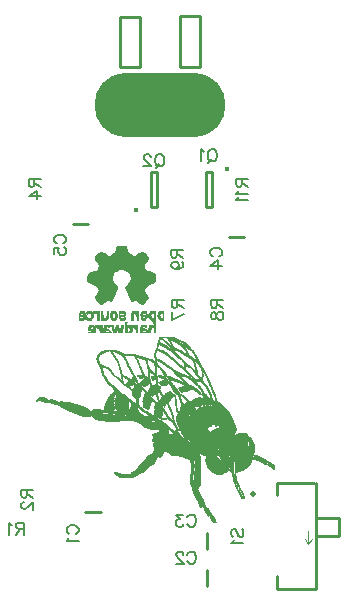
<source format=gbr>
G04 DipTrace 3.0.0.1*
G04 BottomSilk.gbr*
%MOIN*%
G04 #@! TF.FileFunction,Legend,Bot*
G04 #@! TF.Part,Single*
%ADD10C,0.01*%
%ADD12C,0.002992*%
%ADD24O,0.437008X0.212598*%
%ADD35C,0.015422*%
%ADD37C,0.003937*%
%ADD38C,0.019697*%
%ADD86C,0.006176*%
%FSLAX26Y26*%
G04*
G70*
G90*
G75*
G01*
G04 BotSilk*
%LPD*%
X733314Y660389D2*
D10*
X682172D1*
X1088210Y413537D2*
Y464679D1*
X1088189Y537159D2*
Y588301D1*
X1211923Y1576530D2*
X1160781D1*
X691582Y1620100D2*
X640440D1*
D35*
X1153948Y1801847D3*
X1103806Y1792646D2*
D10*
Y1674541D1*
X1084121D1*
Y1792646D1*
X1103806D1*
D35*
X851171Y1665345D3*
X901312Y1674546D2*
D10*
Y1792651D1*
X920998D1*
Y1674546D1*
X901312D1*
X1449749Y638595D2*
X1528478D1*
Y579528D1*
X1449749D1*
Y638595D1*
X1425143Y595260D2*
D37*
Y551961D1*
X1413306Y567729D1*
X1425143Y551961D2*
X1436949Y567729D1*
D38*
X1242055Y719294D3*
X1319820Y717327D2*
D10*
Y756693D1*
X1445804D1*
X1449749D2*
Y402362D1*
X1319820D1*
Y445662D1*
X797037Y2310253D2*
X865029D1*
Y2141253D1*
X797037D1*
Y2310253D1*
X998037Y2312253D2*
X1065037D1*
Y2142245D1*
X998037D1*
Y2312253D1*
D24*
X931103Y2015748D3*
X928513Y1242809D2*
D12*
X973393D1*
X927478Y1239817D2*
X936901D1*
X954967D2*
X981095D1*
X926483Y1236825D2*
X941643D1*
X957112D2*
X988203D1*
X925534Y1233833D2*
X929124D1*
X940481D2*
X945637D1*
X958936D2*
X994403D1*
X924525Y1230841D2*
X927443D1*
X943473D2*
X949115D1*
X960583D2*
X963943D1*
X973981D2*
X982369D1*
X988353D2*
X999990D1*
X923614Y1227849D2*
X926304D1*
X946465D2*
X952317D1*
X962146D2*
X966076D1*
X978215D2*
X988353D1*
X994337D2*
X1005641D1*
X922933Y1224857D2*
X929603D1*
X949457D2*
X955393D1*
X963745D2*
X967807D1*
X983185D2*
X994337D1*
X1000321D2*
X1011251D1*
X922253Y1221865D2*
X934482D1*
X952449D2*
X958417D1*
X965499D2*
X969166D1*
X988567D2*
X1000321D1*
X1006305D2*
X1016201D1*
X921402Y1218873D2*
X940540D1*
X955441D2*
X961425D1*
X967409D2*
X970302D1*
X993842D2*
X1003313D1*
X1009297D2*
X1020325D1*
X920580Y1215881D2*
X925986D1*
X933795D2*
X946903D1*
X958433D2*
X971625D1*
X998528D2*
X1023868D1*
X920025Y1212889D2*
X923761D1*
X941134D2*
X952872D1*
X961425D2*
X973262D1*
X1002487D2*
X1027087D1*
X919635Y1209897D2*
X921667D1*
X947286D2*
X958433D1*
X964417D2*
X976940D1*
X1005851D2*
X1012163D1*
X1017451D2*
X1030069D1*
X919112Y1206905D2*
X919537D1*
X952490D2*
X981889D1*
X1008668D2*
X1014667D1*
X1022206D2*
X1032716D1*
X918237Y1203913D2*
X925869D1*
X956959D2*
X987437D1*
X1011015D2*
X1016549D1*
X1026754D2*
X1035004D1*
X757969Y1200921D2*
X766945D1*
X917068D2*
X932212D1*
X960873D2*
X992864D1*
X1013157D2*
X1017940D1*
X1030861D2*
X1037221D1*
X746956Y1197929D2*
X779476D1*
X915811D2*
X919063D1*
X924819D2*
X938242D1*
X964639D2*
X975923D1*
X988941D2*
X998205D1*
X1015173D2*
X1019156D1*
X1034113D2*
X1039588D1*
X738109Y1194937D2*
X753184D1*
X763839D2*
X769475D1*
X774745D2*
X789788D1*
X914658D2*
X918216D1*
X932158D2*
X943865D1*
X968505D2*
X978173D1*
X993164D2*
X1003698D1*
X1016853D2*
X1020251D1*
X1036837D2*
X1041921D1*
X731850Y1191945D2*
X743923D1*
X766448D2*
X771713D1*
X784205D2*
X798085D1*
X913627D2*
X917060D1*
X938321D2*
X949107D1*
X972239D2*
X980402D1*
X998064D2*
X1009297D1*
X1018273D2*
X1021367D1*
X1039435D2*
X1044058D1*
X727705Y1188953D2*
X736826D1*
X768722D2*
X773825D1*
X791971D2*
X805178D1*
X912592D2*
X915831D1*
X943631D2*
X953738D1*
X975502D2*
X982975D1*
X1003367D2*
X1022996D1*
X1041853D2*
X1046126D1*
X724742Y1185961D2*
X731907D1*
X770935D2*
X775912D1*
X798048D2*
X841745D1*
X911783D2*
X914891D1*
X948470D2*
X957771D1*
X978457D2*
X986070D1*
X1008977D2*
X1025497D1*
X1043933D2*
X1048183D1*
X722417Y1182969D2*
X728644D1*
X773300D2*
X777898D1*
X802509D2*
X853443D1*
X911339D2*
X914365D1*
X952995D2*
X961600D1*
X981633D2*
X989652D1*
X1014792D2*
X1028785D1*
X1045726D2*
X1050068D1*
X720780Y1179977D2*
X726364D1*
X775634D2*
X779890D1*
X805806D2*
X811351D1*
X844263D2*
X865215D1*
X911938D2*
X915094D1*
X957158D2*
X965507D1*
X985305D2*
X993358D1*
X1020406D2*
X1032460D1*
X1047359D2*
X1051770D1*
X719847Y1176985D2*
X724746D1*
X777770D2*
X781915D1*
X808434D2*
X813484D1*
X846408D2*
X850247D1*
X855866D2*
X876278D1*
X912616D2*
X916474D1*
X960947D2*
X969345D1*
X989279D2*
X996852D1*
X1025758D2*
X1036281D1*
X1048917D2*
X1053365D1*
X719394Y1173993D2*
X723570D1*
X779838D2*
X783787D1*
X810560D2*
X815215D1*
X848232D2*
X852380D1*
X865579D2*
X886339D1*
X913094D2*
X918454D1*
X964665D2*
X972889D1*
X993196D2*
X1000114D1*
X1030843D2*
X1040265D1*
X1050514D2*
X1054899D1*
X719209Y1171001D2*
X723821D1*
X781895D2*
X785485D1*
X812357D2*
X816574D1*
X849879D2*
X854111D1*
X873010D2*
X894874D1*
X913354D2*
X922606D1*
X968526D2*
X976169D1*
X996787D2*
X1003219D1*
X1035376D2*
X1044269D1*
X1052267D2*
X1056413D1*
X719247Y1168009D2*
X724399D1*
X783780D2*
X787078D1*
X813975D2*
X817699D1*
X851432D2*
X855470D1*
X878748D2*
X901674D1*
X913479D2*
X927341D1*
X972347D2*
X979291D1*
X1000090D2*
X1006169D1*
X1037438D2*
X1048193D1*
X1054177D2*
X1057913D1*
X719704Y1165017D2*
X725173D1*
X785482D2*
X788612D1*
X815428D2*
X818881D1*
X852954D2*
X856595D1*
X881272D2*
X886739D1*
X898005D2*
X907569D1*
X913553D2*
X932348D1*
X975884D2*
X982337D1*
X1003210D2*
X1008905D1*
X1038909D2*
X1059413D1*
X720803Y1162025D2*
X726213D1*
X787077D2*
X790114D1*
X816658D2*
X820200D1*
X854456D2*
X857777D1*
X883032D2*
X887122D1*
X902735D2*
X917133D1*
X928387D2*
X937425D1*
X979162D2*
X985350D1*
X1006142D2*
X1011580D1*
X1040225D2*
X1060907D1*
X722388Y1159033D2*
X727524D1*
X788611D2*
X791520D1*
X817730D2*
X821607D1*
X855945D2*
X859084D1*
X884402D2*
X887840D1*
X906612D2*
X918375D1*
X933883D2*
X942329D1*
X982284D2*
X988361D1*
X1008658D2*
X1014629D1*
X1041577D2*
X1045663D1*
X1051185D2*
X1062406D1*
X724069Y1156041D2*
X729368D1*
X790114D2*
X792732D1*
X818893D2*
X823069D1*
X857346D2*
X860398D1*
X885457D2*
X888619D1*
X909592D2*
X920353D1*
X938757D2*
X947039D1*
X985329D2*
X991469D1*
X1010444D2*
X1018249D1*
X1042893D2*
X1046417D1*
X1054165D2*
X1063900D1*
X725690Y1153049D2*
X731903D1*
X791508D2*
X793786D1*
X820192D2*
X824548D1*
X858557D2*
X861572D1*
X886192D2*
X889246D1*
X911913D2*
X922754D1*
X943140D2*
X951621D1*
X988342D2*
X994925D1*
X1011459D2*
X1022202D1*
X1043977D2*
X1047297D1*
X1057052D2*
X1065398D1*
X727254Y1150057D2*
X737972D1*
X792615D2*
X794853D1*
X821503D2*
X826041D1*
X859610D2*
X862622D1*
X886891D2*
X889904D1*
X912757D2*
X925155D1*
X947348D2*
X956045D1*
X991353D2*
X998940D1*
X1011972D2*
X1026112D1*
X1044741D2*
X1048202D1*
X1059651D2*
X1066892D1*
X728777Y1147065D2*
X744931D1*
X793300D2*
X795875D1*
X822688D2*
X827533D1*
X860677D2*
X863777D1*
X887749D2*
X890771D1*
X913214D2*
X916545D1*
X922517D2*
X927347D1*
X951423D2*
X960159D1*
X994453D2*
X1003313D1*
X1012289D2*
X1029700D1*
X1045455D2*
X1049197D1*
X1061821D2*
X1068390D1*
X730276Y1144073D2*
X751239D1*
X793743D2*
X796839D1*
X823832D2*
X829031D1*
X861699D2*
X865085D1*
X888573D2*
X891813D1*
X913420D2*
X916545D1*
X925404D2*
X929540D1*
X955403D2*
X963829D1*
X997827D2*
X1012289D1*
X1026547D2*
X1033002D1*
X1046321D2*
X1050103D1*
X1063653D2*
X1069884D1*
X731669Y1141081D2*
X737139D1*
X748405D2*
X756243D1*
X794275D2*
X797856D1*
X825274D2*
X830524D1*
X862675D2*
X866489D1*
X889117D2*
X893234D1*
X913504D2*
X916545D1*
X928015D2*
X931999D1*
X959420D2*
X967161D1*
X1001524D2*
X1012877D1*
X1030905D2*
X1036134D1*
X1047156D2*
X1050782D1*
X1065290D2*
X1071382D1*
X732787Y1138089D2*
X737522D1*
X753147D2*
X760227D1*
X795064D2*
X798759D1*
X827011D2*
X832022D1*
X863797D2*
X867949D1*
X889414D2*
X895451D1*
X913536D2*
X916557D1*
X930279D2*
X934710D1*
X963317D2*
X970327D1*
X1005190D2*
X1014119D1*
X1034182D2*
X1039185D1*
X1047746D2*
X1051461D1*
X1066751D2*
X1072888D1*
X733565Y1135097D2*
X738240D1*
X757141D2*
X763555D1*
X795959D2*
X799348D1*
X828753D2*
X833516D1*
X865093D2*
X869428D1*
X889649D2*
X898329D1*
X913547D2*
X916662D1*
X932398D2*
X937574D1*
X966887D2*
X973614D1*
X1008427D2*
X1016109D1*
X1036893D2*
X1042209D1*
X1048193D2*
X1052312D1*
X1067985D2*
X1074479D1*
X734285Y1132105D2*
X739019D1*
X760607D2*
X766343D1*
X796871D2*
X799751D1*
X830409D2*
X835014D1*
X866492D2*
X870921D1*
X890083D2*
X901410D1*
X913551D2*
X917043D1*
X934475D2*
X940513D1*
X970178D2*
X977626D1*
X1011362D2*
X1018615D1*
X1039562D2*
X1053134D1*
X1069046D2*
X1076261D1*
X735163Y1129113D2*
X739646D1*
X763704D2*
X768686D1*
X797868D2*
X800279D1*
X832075D2*
X836520D1*
X867939D2*
X872413D1*
X890820D2*
X904497D1*
X913552D2*
X917760D1*
X936368D2*
X943473D1*
X973305D2*
X983067D1*
X1014430D2*
X1021397D1*
X1042255D2*
X1053689D1*
X1070104D2*
X1078188D1*
X736096Y1126121D2*
X740316D1*
X766410D2*
X770935D1*
X798763D2*
X801179D1*
X833889D2*
X838111D1*
X869312D2*
X873911D1*
X891595D2*
X892609D1*
X898456D2*
X907569D1*
X913553D2*
X918527D1*
X938083D2*
X946340D1*
X976352D2*
X990108D1*
X1017720D2*
X1024305D1*
X1044770D2*
X1054091D1*
X1071022D2*
X1080020D1*
X737034Y1123129D2*
X741276D1*
X768822D2*
X773413D1*
X799349D2*
X802571D1*
X835838D2*
X839893D1*
X870420D2*
X875416D1*
X892119D2*
X895601D1*
X903826D2*
X919049D1*
X939756D2*
X948832D1*
X979365D2*
X998256D1*
X1020976D2*
X1027266D1*
X1047004D2*
X1054707D1*
X1071605D2*
X1072129D1*
X1077639D2*
X1081702D1*
X738142Y1120137D2*
X742583D1*
X771440D2*
X776131D1*
X799752D2*
X804708D1*
X837754D2*
X841820D1*
X871141D2*
X877019D1*
X892398D2*
X895601D1*
X908143D2*
X919326D1*
X941544D2*
X950619D1*
X982365D2*
X1006542D1*
X1024126D2*
X1030247D1*
X1049201D2*
X1055870D1*
X1071894D2*
X1075121D1*
X1079784D2*
X1083289D1*
X739431Y1117145D2*
X744234D1*
X774630D2*
X779008D1*
X800267D2*
X807804D1*
X839702D2*
X843652D1*
X853713D2*
X878906D1*
X892525D2*
X895601D1*
X911191D2*
X919453D1*
X925521D2*
X934497D1*
X943473D2*
X951698D1*
X985360D2*
X991357D1*
X996153D2*
X1013803D1*
X1027195D2*
X1033235D1*
X1051560D2*
X1057489D1*
X1071915D2*
X1074098D1*
X1081608D2*
X1084821D1*
X740828Y1114153D2*
X746120D1*
X778113D2*
X782053D1*
X801039D2*
X811689D1*
X841745D2*
X845346D1*
X854461D2*
X881223D1*
X892578D2*
X895601D1*
X901585D2*
D3*
X913553D2*
X919506D1*
X925705D2*
X958433D1*
X988353D2*
X994454D1*
X1005625D2*
X1019745D1*
X1030220D2*
X1036226D1*
X1053889D2*
X1059257D1*
X1071508D2*
X1073208D1*
X1083243D2*
X1086334D1*
X742287Y1111161D2*
X748024D1*
X781500D2*
X785409D1*
X801827D2*
X816145D1*
X839899D2*
X847027D1*
X856687D2*
X883860D1*
X892598D2*
X895613D1*
X901699D2*
X919526D1*
X926164D2*
X946003D1*
X951285D2*
X961057D1*
X991357D2*
X997827D1*
X1013508D2*
X1025053D1*
X1033226D2*
X1039217D1*
X1056011D2*
X1061143D1*
X1070507D2*
X1072640D1*
X1084703D2*
X1087833D1*
X743776Y1108169D2*
X749987D1*
X784718D2*
X789135D1*
X802359D2*
X802849D1*
X812412D2*
X820868D1*
X838270D2*
X848834D1*
X859564D2*
X874657D1*
X879693D2*
X886625D1*
X892609D2*
X895718D1*
X902085D2*
X919533D1*
X929065D2*
X948252D1*
X954899D2*
X967342D1*
X994442D2*
X1001536D1*
X1020071D2*
X1030241D1*
X1036225D2*
X1042209D1*
X1058058D2*
X1063153D1*
X1069137D2*
X1072347D1*
X1085937D2*
X1089333D1*
X745374Y1105177D2*
X752012D1*
X787816D2*
X793015D1*
X802655D2*
X805841D1*
X816636D2*
X825425D1*
X836915D2*
X850682D1*
X862689D2*
X868673D1*
X877976D2*
X896099D1*
X902827D2*
X919536D1*
X937012D2*
X950462D1*
X957371D2*
X975396D1*
X997704D2*
X1005295D1*
X1025642D2*
X1045201D1*
X1060161D2*
X1072227D1*
X1087010D2*
X1090827D1*
X747247Y1102185D2*
X753986D1*
X790853D2*
X796865D1*
X802849D2*
X805853D1*
X821549D2*
X829777D1*
X835761D2*
X852232D1*
X875453D2*
X896816D1*
X903718D2*
X919537D1*
X946465D2*
X952885D1*
X959412D2*
X984079D1*
X1000975D2*
X1008809D1*
X1030528D2*
X1072290D1*
X1088173D2*
X1092326D1*
X749461Y1099193D2*
X756075D1*
X793863D2*
X805967D1*
X826785D2*
X853478D1*
X872204D2*
X897595D1*
X904577D2*
X907569D1*
X916984D2*
X919549D1*
X940273D2*
X955441D1*
X961425D2*
X963943D1*
X972691D2*
X992386D1*
X1003835D2*
X1012078D1*
X1034838D2*
X1072767D1*
X1089472D2*
X1093820D1*
X751734Y1096201D2*
X758490D1*
X796862D2*
X806429D1*
X823793D2*
X854648D1*
X868614D2*
X898233D1*
X917515D2*
X919666D1*
X933147D2*
X966088D1*
X983033D2*
X1000321D1*
X1006305D2*
X1015197D1*
X1038585D2*
X1073974D1*
X1090783D2*
X1095307D1*
X753859Y1093209D2*
X761184D1*
X799868D2*
X807452D1*
X820801D2*
X844737D1*
X850721D2*
X855734D1*
X865434D2*
X899008D1*
X917878D2*
X920152D1*
X925521D2*
X967924D1*
X992259D2*
X1018253D1*
X1041946D2*
X1051071D1*
X1069125D2*
X1075942D1*
X1091956D2*
X1096707D1*
X756023Y1090217D2*
X764041D1*
X802977D2*
X808833D1*
X817809D2*
X847729D1*
X853713D2*
X856705D1*
X862689D2*
X900339D1*
X916655D2*
X921250D1*
X927954D2*
X969675D1*
X1000612D2*
X1021382D1*
X1045099D2*
X1053680D1*
X1072012D2*
X1078340D1*
X1093006D2*
X1097917D1*
X758470Y1087225D2*
X766978D1*
X806456D2*
X889617D1*
X898593D2*
X902307D1*
X915101D2*
X922734D1*
X930815D2*
X953549D1*
X960963D2*
X971622D1*
X1007887D2*
X1024880D1*
X1048155D2*
X1055954D1*
X1074623D2*
X1080739D1*
X1094161D2*
X1098982D1*
X761176Y1084233D2*
X769960D1*
X810546D2*
X837653D1*
X844094D2*
X886625D1*
X899479D2*
X904577D1*
X913553D2*
X924033D1*
X934092D2*
X949665D1*
X963201D2*
X973965D1*
X1013588D2*
X1029089D1*
X1051160D2*
X1058167D1*
X1076898D2*
X1082919D1*
X1095469D2*
X1100142D1*
X764038Y1081241D2*
X773050D1*
X815022D2*
X832561D1*
X846140D2*
X858635D1*
X871665D2*
X883633D1*
X900160D2*
X924893D1*
X937489D2*
X946465D1*
X965313D2*
X976616D1*
X1018273D2*
X1034052D1*
X1054056D2*
X1060532D1*
X1079111D2*
X1085007D1*
X1096873D2*
X1101441D1*
X766977Y1078249D2*
X776421D1*
X819314D2*
X826785D1*
X844827D2*
X865510D1*
X877649D2*
X880641D1*
X899302D2*
X931505D1*
X967388D2*
X979355D1*
X1006429D2*
X1039431D1*
X1056669D2*
X1062866D1*
X1081476D2*
X1087073D1*
X1098333D2*
X1102751D1*
X769948Y1075257D2*
X780140D1*
X823199D2*
X829777D1*
X843271D2*
X871212D1*
X897054D2*
X930955D1*
X969269D2*
X981906D1*
X997920D2*
X1044707D1*
X1058946D2*
X1065014D1*
X1083798D2*
X1088962D1*
X1099812D2*
X1103924D1*
X772933Y1072265D2*
X784004D1*
X826872D2*
X832769D1*
X841745D2*
X875829D1*
X894933D2*
X929905D1*
X970880D2*
X973393D1*
X979377D2*
X984159D1*
X991345D2*
X1049392D1*
X1061171D2*
X1067175D1*
X1085841D2*
X1090666D1*
X1101293D2*
X1104974D1*
X775922Y1069273D2*
X787899D1*
X830377D2*
X879303D1*
X893178D2*
X928513D1*
X972211D2*
X986364D1*
X993314D2*
X1033783D1*
X1040256D2*
X1053363D1*
X1063630D2*
X1069520D1*
X1087621D2*
X1092261D1*
X1102692D2*
X1106129D1*
X778913Y1066281D2*
X791885D1*
X833474D2*
X868097D1*
X874645D2*
X881738D1*
X891453D2*
X930020D1*
X973527D2*
X988726D1*
X995408D2*
X1025857D1*
X1045115D2*
X1056832D1*
X1066230D2*
X1071846D1*
X1089249D2*
X1093795D1*
X1103902D2*
X1107425D1*
X781905Y1063289D2*
X795771D1*
X836171D2*
X866971D1*
X877520D2*
X883633D1*
X889617D2*
X931368D1*
X961425D2*
X964417D1*
X975477D2*
X991070D1*
X997786D2*
X1009297D1*
X1015281D2*
X1018273D1*
X1050373D2*
X1060031D1*
X1068633D2*
X1073991D1*
X1090796D2*
X1095298D1*
X1104966D2*
X1108736D1*
X775602Y1060297D2*
X799337D1*
X838753D2*
X865480D1*
X880015D2*
X923231D1*
X928051D2*
X932904D1*
X956844D2*
X968208D1*
X978332D2*
X993323D1*
X1000321D2*
D3*
X1055192D2*
X1063108D1*
X1070548D2*
X1076163D1*
X1092315D2*
X1096704D1*
X1106126D2*
X1109908D1*
X770848Y1057305D2*
X802639D1*
X837384D2*
X864200D1*
X881803D2*
X921457D1*
X930289D2*
X934613D1*
X946465D2*
D3*
X952449D2*
X972195D1*
X981654D2*
X995877D1*
X1059367D2*
X1066145D1*
X1072129D2*
X1078601D1*
X1093816D2*
X1097916D1*
X1107425D2*
X1110947D1*
X767575Y1054313D2*
X805870D1*
X836396D2*
X863514D1*
X882881D2*
X921489D1*
X932390D2*
X936152D1*
X946465D2*
X975626D1*
X984875D2*
X999043D1*
X1063261D2*
X1081203D1*
X1095305D2*
X1098970D1*
X1108735D2*
X1112008D1*
X765145Y1051321D2*
X809310D1*
X836436D2*
X863290D1*
X877649D2*
X910117D1*
X915969D2*
X921952D1*
X934336D2*
X937489D1*
X946465D2*
X978066D1*
X987676D2*
X1002529D1*
X1067088D2*
X1083684D1*
X1096695D2*
X1100025D1*
X1109908D2*
X1113028D1*
X762921Y1048329D2*
X779463D1*
X784897D2*
X813145D1*
X837807D2*
X864337D1*
X877187D2*
X908609D1*
X917824D2*
X922665D1*
X935986D2*
X979827D1*
X989945D2*
X1006019D1*
X1070485D2*
X1085906D1*
X1097800D2*
X1100954D1*
X1110947D2*
X1113991D1*
X760582Y1045337D2*
X777521D1*
X784897D2*
X817293D1*
X841096D2*
X865681D1*
X876445D2*
X898593D1*
X904577D2*
X905324D1*
X919207D2*
X923580D1*
X936191D2*
X973507D1*
X979377D2*
X981070D1*
X991819D2*
X997791D1*
X1003325D2*
X1009616D1*
X1073057D2*
X1088102D1*
X1098475D2*
X1101654D1*
X1111996D2*
X1115008D1*
X527585Y1042345D2*
X542545D1*
X758364D2*
X775921D1*
X784897D2*
X821526D1*
X844758D2*
X862254D1*
X875658D2*
X901585D1*
X920421D2*
X924452D1*
X934806D2*
X970887D1*
X979839D2*
X981886D1*
X993472D2*
X998545D1*
X1006422D2*
X1013432D1*
X1060161D2*
X1066145D1*
X1075121D2*
X1090520D1*
X1098830D2*
X1102452D1*
X1112911D2*
X1115922D1*
X523441Y1039353D2*
X548716D1*
X756602D2*
X825575D1*
X848009D2*
X859232D1*
X875020D2*
X904577D1*
X921504D2*
X925062D1*
X933139D2*
X968507D1*
X980581D2*
X982617D1*
X994928D2*
X999425D1*
X1009797D2*
X1017244D1*
X1052127D2*
X1093073D1*
X1099057D2*
X1103791D1*
X1113496D2*
X1116605D1*
X520371Y1036361D2*
X554513D1*
X563489D2*
X569473D1*
X755161D2*
X775921D1*
X781905D2*
X829322D1*
X850442D2*
X857949D1*
X874279D2*
X907569D1*
X922493D2*
X925521D1*
X931505D2*
X965912D1*
X981356D2*
X983486D1*
X996070D2*
X1000330D1*
X1013531D2*
X1020821D1*
X1045192D2*
X1105762D1*
X1113812D2*
X1117296D1*
X519362Y1033369D2*
X578075D1*
X753595D2*
X833027D1*
X852307D2*
X857242D1*
X873124D2*
X910561D1*
X923544D2*
X962843D1*
X981880D2*
X984315D1*
X996856D2*
X1001325D1*
X1017414D2*
X1024257D1*
X1033233D2*
D3*
X1039217D2*
X1108033D1*
X1114017D2*
X1118299D1*
X518609Y1030377D2*
X521601D1*
X538965D2*
X587425D1*
X599393D2*
X602385D1*
X751909D2*
X836908D1*
X852772D2*
X856917D1*
X871665D2*
X913553D1*
X924578D2*
X959871D1*
X982158D2*
X984860D1*
X997579D2*
X1002219D1*
X1021265D2*
X1119924D1*
X549726Y1027385D2*
X611285D1*
X750527D2*
X775921D1*
X781905D2*
X823907D1*
X832067D2*
X840852D1*
X851919D2*
X856784D1*
X873046D2*
X902161D1*
X910424D2*
X916545D1*
X925521D2*
X957391D1*
X982285D2*
X985146D1*
X998447D2*
X1002793D1*
X1018823D2*
X1122709D1*
X560046Y1024393D2*
X623197D1*
X749592D2*
X775921D1*
X781905D2*
X824290D1*
X833841D2*
X844737D1*
X850721D2*
X856756D1*
X873905D2*
X900306D1*
X912810D2*
X956563D1*
X982338D2*
X985276D1*
X999275D2*
X1003092D1*
X1016881D2*
X1126639D1*
X570896Y1021401D2*
X636743D1*
X748783D2*
X775921D1*
X781905D2*
X824996D1*
X833820D2*
X856960D1*
X874340D2*
X898923D1*
X914622D2*
X957100D1*
X982358D2*
X985329D1*
X999820D2*
X1003231D1*
X1009297D2*
D3*
X1015281D2*
X1130487D1*
X583158Y1018409D2*
X649364D1*
X747779D2*
X825658D1*
X833462D2*
X857478D1*
X874533D2*
X897709D1*
X914489D2*
X948767D1*
X955441D2*
X958173D1*
X982377D2*
X985350D1*
X1000094D2*
X1003313D1*
X1009297D2*
X1133532D1*
X596401Y1015417D2*
X660349D1*
X746556D2*
X775921D1*
X781905D2*
X825796D1*
X833132D2*
X859685D1*
X874611D2*
X896626D1*
X913760D2*
X947270D1*
X956578D2*
X959721D1*
X982485D2*
X985369D1*
X1000119D2*
X1069137D1*
X1075121D2*
X1078113D1*
X1084097D2*
X1090081D1*
X1099057D2*
D3*
X1105041D2*
X1136584D1*
X596401Y1012425D2*
X669844D1*
X745289D2*
X825333D1*
X832932D2*
X862605D1*
X874642D2*
X895637D1*
X912826D2*
X937015D1*
X943473D2*
X945166D1*
X957864D2*
X961555D1*
X982867D2*
X985477D1*
X999791D2*
X1060161D1*
X1066145D2*
D3*
X1075121D2*
X1140496D1*
X604941Y1009433D2*
X677934D1*
X744226D2*
X824574D1*
X832831D2*
X866029D1*
X879461D2*
X894586D1*
X912014D2*
X939160D1*
X959253D2*
X963339D1*
X983584D2*
X985861D1*
X999094D2*
X1045751D1*
X1060161D2*
X1144946D1*
X611592Y1006441D2*
X684645D1*
X743524D2*
X823793D1*
X832769D2*
X853137D1*
X860159D2*
X869820D1*
X884347D2*
X893552D1*
X912594D2*
X940996D1*
X960695D2*
X964915D1*
X984351D2*
X986603D1*
X998327D2*
X1046801D1*
X1057356D2*
X1148786D1*
X617203Y1003449D2*
X690184D1*
X707105D2*
X731041D1*
X743009D2*
X778913D1*
X784897D2*
X854992D1*
X863905D2*
X873728D1*
X889617D2*
X892609D1*
X913553D2*
X942736D1*
X962077D2*
X966211D1*
X984884D2*
X987494D1*
X997763D2*
X1048193D1*
X1054177D2*
X1151658D1*
X622910Y1000457D2*
X695137D1*
X704113D2*
X775921D1*
X787889D2*
X826785D1*
X832769D2*
X856387D1*
X867777D2*
X877656D1*
X912172D2*
X944577D1*
X963281D2*
X967300D1*
X985279D2*
X988353D1*
X997329D2*
X1154287D1*
X629068Y997465D2*
X857706D1*
X871686D2*
X881768D1*
X911313D2*
X946527D1*
X964343D2*
X968381D1*
X985903D2*
X1156997D1*
X635585Y994473D2*
X859205D1*
X875778D2*
X886155D1*
X910878D2*
X948368D1*
X965502D2*
X969408D1*
X987160D2*
X1159271D1*
X642419Y991481D2*
X861253D1*
X880047D2*
X890929D1*
X910685D2*
X937489D1*
X943011D2*
X950064D1*
X966801D2*
X970374D1*
X989094D2*
X1160787D1*
X649456Y988489D2*
X737025D1*
X757969D2*
X864466D1*
X884358D2*
X896149D1*
X910604D2*
X937477D1*
X945261D2*
X951758D1*
X968100D2*
X971392D1*
X991345D2*
X1161984D1*
X656914Y985497D2*
X769937D1*
X781905D2*
X869136D1*
X888554D2*
X901585D1*
X910561D2*
X937363D1*
X947478D2*
X953682D1*
X969179D2*
X972306D1*
X988583D2*
X1163410D1*
X665248Y982505D2*
X811825D1*
X817809D2*
X874657D1*
X892609D2*
X936901D1*
X949944D2*
X956017D1*
X969941D2*
X972989D1*
X986537D2*
X1024257D1*
X1030241D2*
X1165127D1*
X674193Y979513D2*
X698129D1*
X704136D2*
X913667D1*
X918143D2*
X935878D1*
X952642D2*
X958677D1*
X970658D2*
X973669D1*
X985913D2*
X1166846D1*
X707386Y976521D2*
X917042D1*
X924818D2*
X934497D1*
X955441D2*
X961520D1*
X971548D2*
X974520D1*
X985588D2*
X1168391D1*
X711619Y973529D2*
X920763D1*
X931100D2*
X964450D1*
X972500D2*
X975354D1*
X985447D2*
X1169674D1*
X718149Y970537D2*
X924628D1*
X937489D2*
X952449D1*
X958433D2*
X967409D1*
X973393D2*
X976002D1*
X985392D2*
X1170770D1*
X727970Y967545D2*
X928535D1*
X961425D2*
X976668D1*
X985383D2*
X1012289D1*
X1018273D2*
X1171943D1*
X740772Y964553D2*
X811825D1*
X836999D2*
X932626D1*
X964417D2*
X977526D1*
X985481D2*
X1173258D1*
X754977Y961561D2*
X781905D1*
X847478D2*
X901585D1*
X913553D2*
X936893D1*
X967409D2*
X978452D1*
X985860D2*
X1174664D1*
X856683Y958569D2*
X941199D1*
X970389D2*
X979387D1*
X986588D2*
X1176125D1*
X863318Y955577D2*
X945455D1*
X973276D2*
X980506D1*
X987472D2*
X1177604D1*
X867887Y952585D2*
X949760D1*
X975887D2*
X981889D1*
X988480D2*
X1179085D1*
X871578Y949593D2*
X954137D1*
X978151D2*
X983565D1*
X989858D2*
X1102049D1*
X1114017D2*
X1180484D1*
X875523Y946601D2*
X958094D1*
X980259D2*
X985380D1*
X991501D2*
X1094249D1*
X1099057D2*
X1102049D1*
X1114017D2*
X1117009D1*
X1128977D2*
X1181694D1*
X881208Y943609D2*
X961423D1*
X982219D2*
X986977D1*
X993013D2*
X1090204D1*
X1128977D2*
X1182735D1*
X890271Y940617D2*
X964471D1*
X983905D2*
X988353D1*
X994337D2*
X1088388D1*
X1120001D2*
X1122993D1*
X1128977D2*
X1183684D1*
X903156Y937625D2*
X967447D1*
X984391D2*
X1087959D1*
X1115722D2*
X1184469D1*
X918468Y934633D2*
X970419D1*
X983554D2*
X1089073D1*
X1111232D2*
X1184137D1*
X934497Y931641D2*
X958433D1*
X964417D2*
X973393D1*
X982369D2*
X1090896D1*
X1106600D2*
X1183507D1*
X931523Y928649D2*
X943473D1*
X949457D2*
X958433D1*
X967409D2*
X986372D1*
X1000447D2*
X1093073D1*
X1102049D2*
X1182611D1*
X924284Y925657D2*
X958433D1*
X970401D2*
X990150D1*
X1000947D2*
X1181181D1*
X914925Y922665D2*
X958433D1*
X973393D2*
X993316D1*
X1002151D2*
X1179157D1*
X1197793D2*
X1218737D1*
X904577Y919673D2*
X995779D1*
X1004039D2*
X1176849D1*
X1185825D2*
X1220358D1*
X905958Y916681D2*
X997752D1*
X1006273D2*
X1222101D1*
X906806Y913689D2*
X999533D1*
X1008775D2*
X1224468D1*
X907135Y910697D2*
X1001362D1*
X1011813D2*
X1227399D1*
X906947Y907705D2*
X1003313D1*
X1015281D2*
X1230397D1*
X906308Y904713D2*
X1233092D1*
X905563Y901721D2*
X1235316D1*
X905007Y898729D2*
X1021265D1*
X1027249D2*
X1237173D1*
X910561Y895737D2*
X1024257D1*
X1030241D2*
X1238832D1*
X909538Y892745D2*
X1221729D1*
X1227713D2*
X1240390D1*
X908659Y889753D2*
X1221729D1*
X1227713D2*
X1241901D1*
X908197Y886761D2*
X1221729D1*
X1227713D2*
X1243298D1*
X908286Y883769D2*
X1221729D1*
X1227713D2*
X1244407D1*
X908870Y880777D2*
X1245080D1*
X909583Y877785D2*
X1245418D1*
X910084Y874793D2*
X1245568D1*
X910342Y871801D2*
X1245618D1*
X910362Y868809D2*
X946465D1*
X952449D2*
X1120001D1*
X1128977D2*
X1245535D1*
X910008Y865817D2*
X1245151D1*
X909078Y862825D2*
X944049D1*
X948846D2*
X1244323D1*
X907683Y859833D2*
X942194D1*
X956346D2*
X1243087D1*
X904475Y856841D2*
X940799D1*
X962337D2*
X1060623D1*
X1064383D2*
X1241497D1*
X900295Y853849D2*
X939480D1*
X967056D2*
X1061365D1*
X1070458D2*
X1206769D1*
X1212753D2*
X1239681D1*
X895748Y850857D2*
X938005D1*
X968938D2*
X1062140D1*
X1073074D2*
X1215745D1*
X1224721D2*
X1245779D1*
X891725Y847865D2*
X936193D1*
X994337D2*
X1062676D1*
X1084097D2*
X1117711D1*
X1125871D2*
X1252146D1*
X888586Y844873D2*
X933954D1*
X994337D2*
X1003313D1*
X1009297D2*
X1063059D1*
X1084085D2*
X1118929D1*
X1128477D2*
X1158897D1*
X1164881D2*
X1236689D1*
X1245665D2*
X1258848D1*
X885928Y841881D2*
X920113D1*
X928513D2*
X931505D1*
X1009297D2*
X1063567D1*
X1083971D2*
X1121965D1*
X1130727D2*
X1265599D1*
X883267Y838889D2*
X918258D1*
X1019271D2*
X1064336D1*
X1083509D2*
X1125416D1*
X1132828D2*
X1272093D1*
X880475Y835897D2*
X916863D1*
X1027385D2*
X1065124D1*
X1082486D2*
X1128977D1*
X1134961D2*
X1233697D1*
X1243787D2*
X1278249D1*
X877581Y832905D2*
X915544D1*
X1030916D2*
X1065653D1*
X1081105D2*
X1233685D1*
X1254637D2*
X1283979D1*
X874631Y829913D2*
X914068D1*
X1032159D2*
X1042209D1*
X1048193D2*
X1065933D1*
X1082486D2*
X1233580D1*
X1262910D2*
X1289299D1*
X871667Y826921D2*
X912236D1*
X1032795D2*
X1042209D1*
X1048193D2*
X1066061D1*
X1083357D2*
X1173857D1*
X1179841D2*
X1233187D1*
X1269584D2*
X1294513D1*
X868787Y823929D2*
X909841D1*
X1033068D2*
X1042209D1*
X1048193D2*
X1066113D1*
X1083897D2*
X1173857D1*
X1179841D2*
X1232354D1*
X1275665D2*
X1284561D1*
X1290545D2*
X1299748D1*
X866178Y820937D2*
X906817D1*
X1033174D2*
X1042209D1*
X1048193D2*
X1066134D1*
X1084483D2*
X1173857D1*
X1179841D2*
X1231077D1*
X1281506D2*
X1304461D1*
X863903Y817945D2*
X903252D1*
X1033213D2*
X1066141D1*
X1085383D2*
X1173857D1*
X1179841D2*
X1229235D1*
X1286971D2*
X1296529D1*
X1302513D2*
X1308422D1*
X861679Y814953D2*
X899450D1*
X1033226D2*
X1066144D1*
X1086573D2*
X1173857D1*
X1179841D2*
X1226594D1*
X1291838D2*
X1299521D1*
X1305505D2*
X1309991D1*
X859209Y811961D2*
X895578D1*
X1033231D2*
X1066145D1*
X1087939D2*
X1173857D1*
X1179841D2*
X1223247D1*
X1296329D2*
X1310847D1*
X856494Y808969D2*
X891601D1*
X1033232D2*
X1066145D1*
X1089485D2*
X1173857D1*
X1179841D2*
X1219623D1*
X1301011D2*
X1311237D1*
X853617Y805977D2*
X887718D1*
X1033233D2*
X1042209D1*
X1048193D2*
X1066145D1*
X1091350D2*
X1158897D1*
X1164881D2*
X1173857D1*
X1179841D2*
X1215904D1*
X1306133D2*
X1311401D1*
X850561Y802985D2*
X884141D1*
X1033233D2*
X1042209D1*
X1048193D2*
X1066145D1*
X1093674D2*
X1173857D1*
X1179841D2*
X1211322D1*
X1311489D2*
D3*
X847114Y799993D2*
X880734D1*
X1033233D2*
X1042209D1*
X1048193D2*
X1066145D1*
X1096442D2*
X1156242D1*
X1162637D2*
X1173857D1*
X1179841D2*
X1204416D1*
X843149Y797001D2*
X877110D1*
X1033233D2*
X1066145D1*
X1099781D2*
X1153491D1*
X1164722D2*
X1173857D1*
X1179841D2*
X1194477D1*
X839172Y794009D2*
X872860D1*
X1033233D2*
X1066145D1*
X1103926D2*
X1150059D1*
X1167043D2*
X1173857D1*
X1179841D2*
X1182833D1*
X778913Y791017D2*
X784897D1*
X835653D2*
X867958D1*
X1033221D2*
X1066145D1*
X1108874D2*
X1145614D1*
X1168884D2*
X1173857D1*
X1179841D2*
X1182833D1*
X779451Y788025D2*
X793873D1*
X834040D2*
X862731D1*
X1033116D2*
X1066145D1*
X1114338D2*
X1140435D1*
X1170070D2*
X1173857D1*
X1179841D2*
X1182833D1*
X781557Y785033D2*
X857289D1*
X1032735D2*
X1066145D1*
X1120001D2*
X1134961D1*
X1170984D2*
X1182833D1*
X786285Y782041D2*
X851421D1*
X1032018D2*
X1039217D1*
X1045201D2*
X1066145D1*
X1171933D2*
X1182833D1*
X791568Y779049D2*
X845145D1*
X1031251D2*
X1039217D1*
X1045201D2*
X1066145D1*
X1172793D2*
X1182845D1*
X796865Y776057D2*
X838753D1*
X1030729D2*
X1039217D1*
X1045201D2*
X1066145D1*
X1173361D2*
X1182950D1*
X1030452Y773065D2*
X1039217D1*
X1045201D2*
X1066145D1*
X1173757D2*
X1183343D1*
X1030325Y770073D2*
X1039217D1*
X1045201D2*
X1066145D1*
X1174269D2*
X1184165D1*
X1030272Y767081D2*
X1066145D1*
X1175051D2*
X1185325D1*
X1030252Y764089D2*
X1066145D1*
X1175944D2*
X1186668D1*
X1030257Y761097D2*
X1066133D1*
X1176867D2*
X1188094D1*
X1030359Y758105D2*
X1066028D1*
X1177969D2*
X1189471D1*
X1030751Y755113D2*
X1065623D1*
X1179245D2*
X1190674D1*
X1031584Y752121D2*
X1064685D1*
X1180548D2*
X1182833D1*
X1188817D2*
X1191735D1*
X1032838Y749129D2*
X1063050D1*
X1181718D2*
X1192895D1*
X1034458Y746137D2*
X1060725D1*
X1182767D2*
X1186290D1*
X1191809D2*
X1194204D1*
X1036219Y743145D2*
X1058302D1*
X1183921D2*
X1187057D1*
X1192859D2*
X1195620D1*
X1037635Y740153D2*
X1056318D1*
X1185229D2*
X1187955D1*
X1193876D2*
X1197174D1*
X1038486Y737161D2*
X1056091D1*
X1186633D2*
X1188817D1*
X1194801D2*
X1198941D1*
X1038923Y734169D2*
X1056969D1*
X1188093D2*
X1200863D1*
X1039215Y731177D2*
X1058141D1*
X1189572D2*
X1191809D1*
X1197793D2*
X1202693D1*
X1039683Y728185D2*
X1059500D1*
X1191065D2*
X1194801D1*
X1200785D2*
X1204374D1*
X1040533Y725193D2*
X1060938D1*
X1192557D2*
X1205950D1*
X1041703Y722201D2*
X1062417D1*
X1194055D2*
X1197793D1*
X1203777D2*
X1207376D1*
X1043062Y719209D2*
X1063915D1*
X1195548D2*
X1208496D1*
X1044595Y716217D2*
X1065505D1*
X1197037D2*
X1200785D1*
X1206769D2*
X1209173D1*
X1046353Y713225D2*
X1067285D1*
X1198453D2*
X1209514D1*
X1048284Y710233D2*
X1069212D1*
X1199699D2*
X1209671D1*
X1050207Y707241D2*
X1071032D1*
X1200785D2*
X1209761D1*
X1052164Y704249D2*
X1072621D1*
X1054086Y701257D2*
X1073920D1*
X1055668Y698265D2*
X1075011D1*
X1056924Y695273D2*
X1076081D1*
X1058085Y692281D2*
X1077015D1*
X1059147Y689289D2*
X1077717D1*
X1060129Y686297D2*
X1078516D1*
X1061177Y683305D2*
X1079866D1*
X1062211Y680313D2*
X1081904D1*
X1063153Y677321D2*
X1069137D1*
X1075583D2*
X1084417D1*
X1076325Y674329D2*
X1087089D1*
X1077123Y671337D2*
X1089525D1*
X1077858Y668345D2*
X1091493D1*
X1078910Y665353D2*
X1093360D1*
X1080575Y662361D2*
X1095659D1*
X1082555Y659369D2*
X1098132D1*
X1084450Y656377D2*
X1100154D1*
X1086251Y653385D2*
X1101854D1*
X1088108Y650393D2*
X1103876D1*
X1090081Y647401D2*
D3*
X1096179D2*
X1106323D1*
X1096574Y644409D2*
X1108579D1*
X1097408Y641417D2*
X1110317D1*
X1098674Y638425D2*
X1111739D1*
X1100410Y635433D2*
X1112931D1*
X1102667Y632441D2*
X1114044D1*
X1105280Y629449D2*
X1115410D1*
X1108033Y626457D2*
X1117009D1*
X787186Y1545040D2*
X817106D1*
X785794Y1542048D2*
X818499D1*
X784829Y1539056D2*
X819464D1*
X784013Y1536064D2*
X820280D1*
X783103Y1533072D2*
X821189D1*
X782235Y1530080D2*
X822058D1*
X730338Y1527088D2*
X736322D1*
X781438D2*
X822855D1*
X867970D2*
X873954D1*
X727346Y1524096D2*
X741160D1*
X780491D2*
X823802D1*
X863133D2*
X876946D1*
X724354Y1521104D2*
X745782D1*
X777152D2*
X827141D1*
X858511D2*
X879938D1*
X721374Y1518112D2*
X750129D1*
X772163D2*
X832130D1*
X854164D2*
X882919D1*
X718499Y1515120D2*
X754274D1*
X766242D2*
X838050D1*
X850018D2*
X885794D1*
X716017Y1512128D2*
X888276D1*
X713993Y1509136D2*
X890299D1*
X713422Y1506144D2*
X890871D1*
X714352Y1503152D2*
X889941D1*
X715818Y1500160D2*
X888475D1*
X717541Y1497168D2*
X886752D1*
X719517Y1494176D2*
X884776D1*
X721776Y1491184D2*
X882517D1*
X723957Y1488192D2*
X880336D1*
X725583Y1485200D2*
X878709D1*
X726692Y1482208D2*
X877601D1*
X726570Y1479216D2*
X877722D1*
X725903Y1476224D2*
X878390D1*
X724812Y1473232D2*
X879481D1*
X723425Y1470240D2*
X880867D1*
X721801Y1467248D2*
X790766D1*
X813526D2*
X882491D1*
X717379Y1464256D2*
X786025D1*
X818268D2*
X886914D1*
X710370Y1461264D2*
X782042D1*
X822251D2*
X893923D1*
X702210Y1458272D2*
X778681D1*
X825612D2*
X902082D1*
X695668Y1455280D2*
X775977D1*
X828316D2*
X908624D1*
X690999Y1452288D2*
X774105D1*
X830188D2*
X913293D1*
X689641Y1449296D2*
X772958D1*
X831335D2*
X914651D1*
X688939Y1446304D2*
X772089D1*
X832204D2*
X915353D1*
X688636Y1443312D2*
X771263D1*
X833030D2*
X915657D1*
X688517Y1440320D2*
X770792D1*
X833501D2*
X915776D1*
X688473Y1437328D2*
X770966D1*
X833326D2*
X915819D1*
X688481Y1434336D2*
X771562D1*
X832731D2*
X915811D1*
X688757Y1431344D2*
X772451D1*
X831842D2*
X915536D1*
X689456Y1428352D2*
X773889D1*
X830404D2*
X914837D1*
X693936Y1425360D2*
X775977D1*
X828315D2*
X910357D1*
X700771Y1422368D2*
X778526D1*
X825767D2*
X903521D1*
X708277Y1419376D2*
X781313D1*
X822980D2*
X896015D1*
X714328Y1416384D2*
X784099D1*
X820194D2*
X889965D1*
X718452Y1413392D2*
X786459D1*
X817834D2*
X885841D1*
X721218Y1410400D2*
X788258D1*
X816035D2*
X883075D1*
X723253Y1407408D2*
X788124D1*
X816169D2*
X881040D1*
X724847Y1404416D2*
X787371D1*
X816922D2*
X879445D1*
X725917Y1401424D2*
X786218D1*
X818075D2*
X878376D1*
X726475Y1398432D2*
X784870D1*
X819422D2*
X877818D1*
X725456Y1395440D2*
X783524D1*
X820769D2*
X878837D1*
X723944Y1392448D2*
X782332D1*
X821961D2*
X880348D1*
X722203Y1389456D2*
X781274D1*
X823019D2*
X882090D1*
X720220Y1386464D2*
X780116D1*
X824177D2*
X884073D1*
X717958Y1383472D2*
X778807D1*
X825486D2*
X886335D1*
X715788Y1380480D2*
X777403D1*
X826890D2*
X888505D1*
X713937Y1377488D2*
X775954D1*
X828339D2*
X890356D1*
X713403Y1374496D2*
X774568D1*
X829724D2*
X890889D1*
X714457Y1371504D2*
X773354D1*
X830938D2*
X889836D1*
X716313Y1368512D2*
X772220D1*
X832073D2*
X887980D1*
X718754Y1365520D2*
X753800D1*
X760258D2*
X770842D1*
X833451D2*
X844034D1*
X850492D2*
X885539D1*
X721510Y1362528D2*
X749952D1*
X766242D2*
X769234D1*
X835058D2*
X838050D1*
X854341D2*
X882783D1*
X724408Y1359536D2*
X745715D1*
X858577D2*
X879885D1*
X727364Y1356544D2*
X741131D1*
X863162D2*
X876929D1*
X730338Y1353552D2*
X736322D1*
X867970D2*
X873954D1*
X664514Y1329616D2*
X676482D1*
X688450D2*
X700418D1*
X709394D2*
X727346D1*
X733330D2*
X739314D1*
X754274D2*
X757266D1*
X769234D2*
X781202D1*
X796162D2*
X811122D1*
X838050D2*
X858994D1*
X870962D2*
X882930D1*
X897890D2*
X915842D1*
X927810D2*
X939778D1*
X663133Y1326624D2*
X679474D1*
X685458D2*
X703410D1*
X709394D2*
X727346D1*
X733330D2*
X739314D1*
X754274D2*
X757266D1*
X767391D2*
X783965D1*
X794953D2*
X813515D1*
X836669D2*
X858994D1*
X868558D2*
X884520D1*
X896301D2*
X915842D1*
X925967D2*
X941160D1*
X662274Y1323632D2*
X727346D1*
X733330D2*
X739314D1*
X754263D2*
X757266D1*
X765790D2*
X786010D1*
X794939D2*
X815502D1*
X835810D2*
X858994D1*
X866809D2*
X885922D1*
X894898D2*
X915842D1*
X924366D2*
X942019D1*
X661839Y1320640D2*
X664514D1*
X673490D2*
X682490D1*
X688450D2*
D3*
X700968D2*
X706952D1*
X721362D2*
X727346D1*
X733330D2*
X739326D1*
X754158D2*
X757266D1*
X764580D2*
X772826D1*
X781752D2*
X786635D1*
X794950D2*
X796162D1*
X811122D2*
X816071D1*
X835375D2*
X841042D1*
X849430D2*
X858994D1*
X865818D2*
X870962D1*
X882930D2*
X901482D1*
X909858D2*
X915842D1*
X923156D2*
X931402D1*
X940328D2*
X942454D1*
X661646Y1317648D2*
X682718D1*
X702018D2*
X708002D1*
X721362D2*
X727346D1*
X733330D2*
X739440D1*
X753774D2*
X757266D1*
X763875D2*
X770839D1*
X782802D2*
X786959D1*
X794578D2*
X815040D1*
X835182D2*
X841042D1*
X851180D2*
X858994D1*
X865446D2*
X899495D1*
X909858D2*
X915842D1*
X922451D2*
X929415D1*
X941378D2*
X942647D1*
X661568Y1314656D2*
X683261D1*
X703410D2*
X709394D1*
X721362D2*
X727346D1*
X733330D2*
X739902D1*
X753032D2*
X757266D1*
X763624D2*
X770257D1*
X784194D2*
X787088D1*
X794014D2*
X813265D1*
X835104D2*
X841042D1*
X852182D2*
X858994D1*
X865698D2*
X898913D1*
X909858D2*
X915842D1*
X922200D2*
X928833D1*
X942770D2*
X942725D1*
X661539Y1311664D2*
X685593D1*
X701821D2*
X707888D1*
X721362D2*
X727346D1*
X733330D2*
X740925D1*
X752142D2*
X757243D1*
X763872D2*
X771063D1*
X782605D2*
X787027D1*
X793614D2*
X811122D1*
X835075D2*
X841042D1*
X852668D2*
X858994D1*
X866635D2*
X899719D1*
X909858D2*
X915842D1*
X922448D2*
X929639D1*
X941181D2*
X942743D1*
X661528Y1308672D2*
X661522D1*
X673490D2*
X688450D1*
X700418D2*
X706529D1*
X721362D2*
X727346D1*
X733330D2*
X742306D1*
X751282D2*
X757015D1*
X764754D2*
X772226D1*
X781202D2*
X786550D1*
X793607D2*
X799154D1*
X811122D2*
X813472D1*
X835064D2*
X841042D1*
X852878D2*
X858994D1*
X867970D2*
X870962D1*
X879938D2*
X900882D1*
X909858D2*
X915842D1*
X923330D2*
X930802D1*
X939778D2*
X942639D1*
X661524Y1305680D2*
X704888D1*
X721362D2*
X727346D1*
X733330D2*
X756472D1*
X766429D2*
X785353D1*
X794013D2*
X815517D1*
X835060D2*
X841042D1*
X852962D2*
X858994D1*
X866521D2*
X885151D1*
X895436D2*
X915842D1*
X925005D2*
X942181D1*
X661523Y1302688D2*
X679474D1*
X685458D2*
X702775D1*
X721362D2*
X727346D1*
X733330D2*
X754140D1*
X769034D2*
X783442D1*
X796317D2*
X813583D1*
X835059D2*
X841042D1*
X852994D2*
X858994D1*
X868482D2*
X882805D1*
X897496D2*
X915842D1*
X927610D2*
X941159D1*
X661522Y1299696D2*
X673490D1*
X688450D2*
X700418D1*
X721362D2*
X727346D1*
X733330D2*
X751282D1*
X772226D2*
X781202D1*
X799154D2*
X811122D1*
X835058D2*
X841042D1*
X853010D2*
X858994D1*
X870962D2*
X879938D1*
X901586D2*
X915842D1*
X930802D2*
X939778D1*
X905291Y1296704D2*
X915842D1*
X814114Y1293712D2*
X820098D1*
X908123D2*
X915842D1*
X814114Y1290720D2*
X818717D1*
X909038D2*
X915842D1*
X814114Y1287728D2*
X817855D1*
X909519D2*
X915842D1*
X814114Y1284736D2*
X817398D1*
X909736D2*
X915842D1*
X694434Y1281744D2*
X709394D1*
X715378D2*
X736322D1*
X745298D2*
X775218D1*
X784194D2*
X790178D1*
X802146D2*
X808130D1*
X814114D2*
X856002D1*
X867970D2*
X885922D1*
X894898D2*
X915842D1*
X693053Y1278752D2*
X736322D1*
X743917D2*
X763250D1*
X769348D2*
X775218D1*
X783644D2*
X791570D1*
X801596D2*
X808016D1*
X814114D2*
X856002D1*
X866589D2*
X884520D1*
X893875D2*
X915842D1*
X692194Y1275760D2*
X700418D1*
X706402D2*
X711798D1*
X716018D2*
X736322D1*
X743058D2*
X751282D1*
X757266D2*
X760258D1*
X769732D2*
X775218D1*
X782594D2*
X792495D1*
X800546D2*
X807633D1*
X814114D2*
X834470D1*
X839741D2*
X856002D1*
X865730D2*
X870962D1*
X879938D2*
X882930D1*
X892977D2*
X915842D1*
X691758Y1272768D2*
X697426D1*
X709394D2*
X713537D1*
X724109D2*
X736322D1*
X742623D2*
X748290D1*
X770461D2*
X775218D1*
X781202D2*
X793170D1*
X799154D2*
X806904D1*
X814114D2*
X820098D1*
X828364D2*
X836209D1*
X845732D2*
X856002D1*
X865295D2*
X870962D1*
X892364D2*
X901470D1*
X909858D2*
X915842D1*
X691558Y1269776D2*
X714706D1*
X727834D2*
X736322D1*
X742430D2*
X756219D1*
X771333D2*
X806032D1*
X814114D2*
X820098D1*
X830115D2*
X837378D1*
X850198D2*
X856002D1*
X865102D2*
X885922D1*
X891906D2*
X899721D1*
X909858D2*
X915842D1*
X691442Y1266784D2*
X714604D1*
X729172D2*
X736322D1*
X742352D2*
X762333D1*
X772239D2*
X805126D1*
X814114D2*
X820098D1*
X829821D2*
X837276D1*
X851666D2*
X856002D1*
X865024D2*
X898719D1*
X909858D2*
X915842D1*
X709394Y1263792D2*
X714021D1*
X729862D2*
X736322D1*
X742323D2*
X748290D1*
X760258D2*
X764741D1*
X773258D2*
X784194D1*
X789628D2*
X804106D1*
X814114D2*
X820098D1*
X829074D2*
X836693D1*
X852447D2*
X856002D1*
X864995D2*
X870962D1*
X882930D2*
X898232D1*
X909858D2*
X915842D1*
X691442Y1260800D2*
X697426D1*
X703410D2*
X713204D1*
X730168D2*
X736322D1*
X742312D2*
X751282D1*
X757266D2*
X765611D1*
X774281D2*
X784194D1*
X791570D2*
X803084D1*
X814114D2*
X835876D1*
X852806D2*
X856002D1*
X864984D2*
X870962D1*
X879938D2*
X898014D1*
X909858D2*
X915842D1*
X691442Y1257808D2*
X712386D1*
X730338D2*
X736322D1*
X742306D2*
X766242D1*
X775218D2*
X784194D1*
X793170D2*
X802146D1*
X814114D2*
X835058D1*
X853010D2*
X856002D1*
X864978D2*
X897890D1*
X909858D2*
X915842D1*
X928513Y1242809D2*
X927478Y1239817D1*
X926483Y1236825D1*
X925534Y1233833D1*
X924525Y1230841D1*
X923614Y1227849D1*
X922933Y1224857D1*
X922253Y1221865D1*
X921402Y1218873D1*
X920580Y1215881D1*
X920025Y1212889D1*
X919635Y1209897D1*
X919112Y1206905D1*
X918237Y1203913D1*
X917068Y1200921D1*
X915811Y1197929D1*
X914658Y1194937D1*
X913627Y1191945D1*
X912592Y1188953D1*
X911783Y1185961D1*
X911339Y1182969D1*
X911938Y1179977D1*
X912616Y1176985D1*
X913094Y1173993D1*
X913354Y1171001D1*
X913479Y1168009D1*
X913553Y1165017D1*
X973393Y1242809D2*
X981095Y1239817D1*
X988203Y1236825D1*
X994403Y1233833D1*
X999990Y1230841D1*
X1005641Y1227849D1*
X1011251Y1224857D1*
X1016201Y1221865D1*
X1020325Y1218873D1*
X1023868Y1215881D1*
X1027087Y1212889D1*
X1030069Y1209897D1*
X1032716Y1206905D1*
X1035004Y1203913D1*
X1037221Y1200921D1*
X1039588Y1197929D1*
X1041921Y1194937D1*
X1044058Y1191945D1*
X1046126Y1188953D1*
X1048183Y1185961D1*
X1050068Y1182969D1*
X1051770Y1179977D1*
X1053365Y1176985D1*
X1054899Y1173993D1*
X1056413Y1171001D1*
X1057913Y1168009D1*
X1059413Y1165017D1*
X1060907Y1162025D1*
X1062406Y1159033D1*
X1063900Y1156041D1*
X1065398Y1153049D1*
X1066892Y1150057D1*
X1068390Y1147065D1*
X1069884Y1144073D1*
X1071382Y1141081D1*
X1072888Y1138089D1*
X1074479Y1135097D1*
X1076261Y1132105D1*
X1078188Y1129113D1*
X1080020Y1126121D1*
X1081702Y1123129D1*
X1083289Y1120137D1*
X1084821Y1117145D1*
X1086334Y1114153D1*
X1087833Y1111161D1*
X1089333Y1108169D1*
X1090827Y1105177D1*
X1092326Y1102185D1*
X1093820Y1099193D1*
X1095307Y1096201D1*
X1096707Y1093209D1*
X1097917Y1090217D1*
X1098982Y1087225D1*
X1100142Y1084233D1*
X1101441Y1081241D1*
X1102751Y1078249D1*
X1103924Y1075257D1*
X1104974Y1072265D1*
X1106129Y1069273D1*
X1107425Y1066281D1*
X1108736Y1063289D1*
X1109908Y1060297D1*
X1110947Y1057305D1*
X1112008Y1054313D1*
X1113028Y1051321D1*
X1113991Y1048329D1*
X1115008Y1045337D1*
X1115922Y1042345D1*
X1116605Y1039353D1*
X1117296Y1036361D1*
X1118299Y1033369D1*
X1119924Y1030377D1*
X1122709Y1027385D1*
X1126639Y1024393D1*
X1130487Y1021401D1*
X1133532Y1018409D1*
X1136584Y1015417D1*
X1140496Y1012425D1*
X1144946Y1009433D1*
X1148786Y1006441D1*
X1151658Y1003449D1*
X1154287Y1000457D1*
X1156997Y997465D1*
X1159271Y994473D1*
X1160787Y991481D1*
X1161984Y988489D1*
X1163410Y985497D1*
X1165127Y982505D1*
X1166846Y979513D1*
X1168391Y976521D1*
X1169674Y973529D1*
X1170770Y970537D1*
X1171943Y967545D1*
X1173258Y964553D1*
X1174664Y961561D1*
X1176125Y958569D1*
X1177604Y955577D1*
X1179085Y952585D1*
X1180484Y949593D1*
X1181694Y946601D1*
X1182735Y943609D1*
X1183684Y940617D1*
X1184469Y937625D1*
X1184137Y934633D1*
X1183507Y931641D1*
X1182611Y928649D1*
X1181181Y925657D1*
X1179157Y922665D1*
X1176849Y919673D1*
X931505Y1242809D2*
X936901Y1239817D1*
X941643Y1236825D1*
X945637Y1233833D1*
X949115Y1230841D1*
X952317Y1227849D1*
X955393Y1224857D1*
X958417Y1221865D1*
X961425Y1218873D1*
X952449Y1242809D2*
X954967Y1239817D1*
X957112Y1236825D1*
X958936Y1233833D1*
X960583Y1230841D1*
X962146Y1227849D1*
X963745Y1224857D1*
X965499Y1221865D1*
X967409Y1218873D1*
X931505Y1236825D2*
X929124Y1233833D1*
X927443Y1230841D1*
X926304Y1227849D1*
X929603Y1224857D1*
X934482Y1221865D1*
X940540Y1218873D1*
X946903Y1215881D1*
X952872Y1212889D1*
X958433Y1209897D1*
X937489Y1236825D2*
X940481Y1233833D1*
X943473Y1230841D1*
X946465Y1227849D1*
X949457Y1224857D1*
X952449Y1221865D1*
X955441Y1218873D1*
X958433Y1215881D1*
X961425Y1212889D1*
X964417Y1209897D1*
X961425Y1233833D2*
X963943Y1230841D1*
X966076Y1227849D1*
X967807Y1224857D1*
X969166Y1221865D1*
X970302Y1218873D1*
X971625Y1215881D1*
X973262Y1212889D1*
X976940Y1209897D1*
X981889Y1206905D1*
X987437Y1203913D1*
X992864Y1200921D1*
X998205Y1197929D1*
X1003698Y1194937D1*
X1009297Y1191945D1*
X970401Y1233833D2*
X973981Y1230841D1*
X978215Y1227849D1*
X983185Y1224857D1*
X988567Y1221865D1*
X993842Y1218873D1*
X998528Y1215881D1*
X1002487Y1212889D1*
X1005851Y1209897D1*
X1008668Y1206905D1*
X1011015Y1203913D1*
X1013157Y1200921D1*
X1015173Y1197929D1*
X1016853Y1194937D1*
X1018273Y1191945D1*
X985361Y1233833D2*
X982369Y1230841D1*
X985361Y1233833D2*
X988353Y1230841D1*
Y1227849D2*
X991345Y1230841D2*
X994337Y1227849D1*
Y1224857D2*
X997329Y1227849D2*
X1000321Y1224857D1*
Y1221865D2*
X1003313Y1218873D1*
Y1224857D2*
X1006305Y1221865D1*
X1009297Y1218873D1*
X928513D2*
X925986Y1215881D1*
X923761Y1212889D1*
X921667Y1209897D1*
X919537Y1206905D1*
X925869Y1203913D1*
X932212Y1200921D1*
X938242Y1197929D1*
X943865Y1194937D1*
X949107Y1191945D1*
X953738Y1188953D1*
X957771Y1185961D1*
X961600Y1182969D1*
X965507Y1179977D1*
X969345Y1176985D1*
X972889Y1173993D1*
X976169Y1171001D1*
X979291Y1168009D1*
X982337Y1165017D1*
X985350Y1162025D1*
X988361Y1159033D1*
X991469Y1156041D1*
X994925Y1153049D1*
X998940Y1150057D1*
X1003313Y1147065D1*
X925521Y1218873D2*
X933795Y1215881D1*
X941134Y1212889D1*
X947286Y1209897D1*
X952490Y1206905D1*
X956959Y1203913D1*
X960873Y1200921D1*
X964639Y1197929D1*
X968505Y1194937D1*
X972239Y1191945D1*
X975502Y1188953D1*
X978457Y1185961D1*
X981633Y1182969D1*
X985305Y1179977D1*
X989279Y1176985D1*
X993196Y1173993D1*
X996787Y1171001D1*
X1000090Y1168009D1*
X1003210Y1165017D1*
X1006142Y1162025D1*
X1008658Y1159033D1*
X1010444Y1156041D1*
X1011459Y1153049D1*
X1011972Y1150057D1*
X1012289Y1147065D1*
X1009297Y1212889D2*
X1012163Y1209897D1*
X1014667Y1206905D1*
X1016549Y1203913D1*
X1017940Y1200921D1*
X1019156Y1197929D1*
X1020251Y1194937D1*
X1021367Y1191945D1*
X1022996Y1188953D1*
X1025497Y1185961D1*
X1028785Y1182969D1*
X1032460Y1179977D1*
X1036281Y1176985D1*
X1040265Y1173993D1*
X1044269Y1171001D1*
X1048193Y1168009D1*
X1012289Y1212889D2*
X1017451Y1209897D1*
X1022206Y1206905D1*
X1026754Y1203913D1*
X1030861Y1200921D1*
X1034113Y1197929D1*
X1036837Y1194937D1*
X1039435Y1191945D1*
X1041853Y1188953D1*
X1043933Y1185961D1*
X1045726Y1182969D1*
X1047359Y1179977D1*
X1048917Y1176985D1*
X1050514Y1173993D1*
X1052267Y1171001D1*
X1054177Y1168009D1*
X757969Y1200921D2*
X746956Y1197929D1*
X738109Y1194937D1*
X731850Y1191945D1*
X727705Y1188953D1*
X724742Y1185961D1*
X722417Y1182969D1*
X720780Y1179977D1*
X719847Y1176985D1*
X719394Y1173993D1*
X719209Y1171001D1*
X719247Y1168009D1*
X719704Y1165017D1*
X720803Y1162025D1*
X722388Y1159033D1*
X724069Y1156041D1*
X725690Y1153049D1*
X727254Y1150057D1*
X728777Y1147065D1*
X730276Y1144073D1*
X731669Y1141081D1*
X732787Y1138089D1*
X733565Y1135097D1*
X734285Y1132105D1*
X735163Y1129113D1*
X736096Y1126121D1*
X737034Y1123129D1*
X738142Y1120137D1*
X739431Y1117145D1*
X740828Y1114153D1*
X742287Y1111161D1*
X743776Y1108169D1*
X745374Y1105177D1*
X747247Y1102185D1*
X749461Y1099193D1*
X751734Y1096201D1*
X753859Y1093209D1*
X756023Y1090217D1*
X758470Y1087225D1*
X761176Y1084233D1*
X764038Y1081241D1*
X766977Y1078249D1*
X769948Y1075257D1*
X772933Y1072265D1*
X775922Y1069273D1*
X778913Y1066281D1*
X781905Y1063289D1*
X775602Y1060297D1*
X770848Y1057305D1*
X767575Y1054313D1*
X765145Y1051321D1*
X762921Y1048329D1*
X760582Y1045337D1*
X758364Y1042345D1*
X756602Y1039353D1*
X755161Y1036361D1*
X753595Y1033369D1*
X751909Y1030377D1*
X750527Y1027385D1*
X749592Y1024393D1*
X748783Y1021401D1*
X747779Y1018409D1*
X746556Y1015417D1*
X745289Y1012425D1*
X744226Y1009433D1*
X743524Y1006441D1*
X743009Y1003449D1*
X766945Y1200921D2*
X779476Y1197929D1*
X789788Y1194937D1*
X798085Y1191945D1*
X805178Y1188953D1*
X811825Y1185961D1*
X919537Y1200921D2*
X919063Y1197929D1*
X918216Y1194937D1*
X917060Y1191945D1*
X915831Y1188953D1*
X914891Y1185961D1*
X914365Y1182969D1*
X915094Y1179977D1*
X916474Y1176985D1*
X918454Y1173993D1*
X922606Y1171001D1*
X927341Y1168009D1*
X932348Y1165017D1*
X937425Y1162025D1*
X942329Y1159033D1*
X947039Y1156041D1*
X951621Y1153049D1*
X956045Y1150057D1*
X960159Y1147065D1*
X963829Y1144073D1*
X967161Y1141081D1*
X970327Y1138089D1*
X973614Y1135097D1*
X977626Y1132105D1*
X983067Y1129113D1*
X990108Y1126121D1*
X998256Y1123129D1*
X1006542Y1120137D1*
X1013803Y1117145D1*
X1019745Y1114153D1*
X1025053Y1111161D1*
X1030241Y1108169D1*
X916545Y1200921D2*
X924819Y1197929D1*
X932158Y1194937D1*
X938321Y1191945D1*
X943631Y1188953D1*
X948470Y1185961D1*
X952995Y1182969D1*
X957158Y1179977D1*
X960947Y1176985D1*
X964665Y1173993D1*
X968526Y1171001D1*
X972347Y1168009D1*
X975884Y1165017D1*
X979162Y1162025D1*
X982284Y1159033D1*
X985329Y1156041D1*
X988342Y1153049D1*
X991353Y1150057D1*
X994453Y1147065D1*
X997827Y1144073D1*
X1001524Y1141081D1*
X1005190Y1138089D1*
X1008427Y1135097D1*
X1011362Y1132105D1*
X1014430Y1129113D1*
X1017720Y1126121D1*
X1020976Y1123129D1*
X1024126Y1120137D1*
X1027195Y1117145D1*
X1030220Y1114153D1*
X1033226Y1111161D1*
X1036225Y1108169D1*
X973393Y1200921D2*
X975923Y1197929D1*
X978173Y1194937D1*
X980402Y1191945D1*
X982975Y1188953D1*
X986070Y1185961D1*
X989652Y1182969D1*
X993358Y1179977D1*
X996852Y1176985D1*
X1000114Y1173993D1*
X1003219Y1171001D1*
X1006169Y1168009D1*
X1008905Y1165017D1*
X1011580Y1162025D1*
X1014629Y1159033D1*
X1018249Y1156041D1*
X1022202Y1153049D1*
X1026112Y1150057D1*
X1029700Y1147065D1*
X1033002Y1144073D1*
X1036134Y1141081D1*
X1039185Y1138089D1*
X1042209Y1135097D1*
X985361Y1200921D2*
X988941Y1197929D1*
X993164Y1194937D1*
X998064Y1191945D1*
X1003367Y1188953D1*
X1008977Y1185961D1*
X1014792Y1182969D1*
X1020406Y1179977D1*
X1025758Y1176985D1*
X1030843Y1173993D1*
X1035376Y1171001D1*
X1037438Y1168009D1*
X1038909Y1165017D1*
X1040225Y1162025D1*
X1041577Y1159033D1*
X1042893Y1156041D1*
X1043977Y1153049D1*
X1044741Y1150057D1*
X1045455Y1147065D1*
X1046321Y1144073D1*
X1047156Y1141081D1*
X1047746Y1138089D1*
X1048193Y1135097D1*
X763953Y1197929D2*
X753184Y1194937D1*
X743923Y1191945D1*
X736826Y1188953D1*
X731907Y1185961D1*
X728644Y1182969D1*
X726364Y1179977D1*
X724746Y1176985D1*
X723570Y1173993D1*
X723821Y1171001D1*
X724399Y1168009D1*
X725173Y1165017D1*
X726213Y1162025D1*
X727524Y1159033D1*
X729368Y1156041D1*
X731903Y1153049D1*
X737972Y1150057D1*
X744931Y1147065D1*
X751239Y1144073D1*
X756243Y1141081D1*
X760227Y1138089D1*
X763555Y1135097D1*
X766343Y1132105D1*
X768686Y1129113D1*
X770935Y1126121D1*
X773413Y1123129D1*
X776131Y1120137D1*
X779008Y1117145D1*
X782053Y1114153D1*
X785409Y1111161D1*
X789135Y1108169D1*
X793015Y1105177D1*
X796865Y1102185D1*
X760961Y1197929D2*
X763839Y1194937D1*
X766448Y1191945D1*
X768722Y1188953D1*
X770935Y1185961D1*
X773300Y1182969D1*
X775634Y1179977D1*
X777770Y1176985D1*
X779838Y1173993D1*
X781895Y1171001D1*
X783780Y1168009D1*
X785482Y1165017D1*
X787077Y1162025D1*
X788611Y1159033D1*
X790114Y1156041D1*
X791508Y1153049D1*
X792615Y1150057D1*
X793300Y1147065D1*
X793743Y1144073D1*
X794275Y1141081D1*
X795064Y1138089D1*
X795959Y1135097D1*
X796871Y1132105D1*
X797868Y1129113D1*
X798763Y1126121D1*
X799349Y1123129D1*
X799752Y1120137D1*
X800267Y1117145D1*
X801039Y1114153D1*
X801827Y1111161D1*
X802359Y1108169D1*
X802655Y1105177D1*
X802849Y1102185D1*
X766945Y1197929D2*
X769475Y1194937D1*
X771713Y1191945D1*
X773825Y1188953D1*
X775912Y1185961D1*
X777898Y1182969D1*
X779890Y1179977D1*
X781915Y1176985D1*
X783787Y1173993D1*
X785485Y1171001D1*
X787078Y1168009D1*
X788612Y1165017D1*
X790114Y1162025D1*
X791520Y1159033D1*
X792732Y1156041D1*
X793786Y1153049D1*
X794853Y1150057D1*
X795875Y1147065D1*
X796839Y1144073D1*
X797856Y1141081D1*
X798759Y1138089D1*
X799348Y1135097D1*
X799751Y1132105D1*
X800279Y1129113D1*
X801179Y1126121D1*
X802571Y1123129D1*
X804708Y1120137D1*
X807804Y1117145D1*
X811689Y1114153D1*
X816145Y1111161D1*
X820868Y1108169D1*
X825425Y1105177D1*
X829777Y1102185D1*
X763953Y1197929D2*
X774745Y1194937D1*
X784205Y1191945D1*
X791971Y1188953D1*
X798048Y1185961D1*
X802509Y1182969D1*
X805806Y1179977D1*
X808434Y1176985D1*
X810560Y1173993D1*
X812357Y1171001D1*
X813975Y1168009D1*
X815428Y1165017D1*
X816658Y1162025D1*
X817730Y1159033D1*
X818893Y1156041D1*
X820192Y1153049D1*
X821503Y1150057D1*
X822688Y1147065D1*
X823832Y1144073D1*
X825274Y1141081D1*
X827011Y1138089D1*
X828753Y1135097D1*
X830409Y1132105D1*
X832075Y1129113D1*
X833889Y1126121D1*
X835838Y1123129D1*
X837754Y1120137D1*
X839702Y1117145D1*
X841745Y1114153D1*
X839899Y1111161D1*
X838270Y1108169D1*
X836915Y1105177D1*
X835761Y1102185D1*
X841745Y1185961D2*
X853443Y1182969D1*
X865215Y1179977D1*
X876278Y1176985D1*
X886339Y1173993D1*
X894874Y1171001D1*
X901674Y1168009D1*
X907569Y1165017D1*
X808833Y1182969D2*
X811351Y1179977D1*
X813484Y1176985D1*
X815215Y1173993D1*
X816574Y1171001D1*
X817699Y1168009D1*
X818881Y1165017D1*
X820200Y1162025D1*
X821607Y1159033D1*
X823069Y1156041D1*
X824548Y1153049D1*
X826041Y1150057D1*
X827533Y1147065D1*
X829031Y1144073D1*
X830524Y1141081D1*
X832022Y1138089D1*
X833516Y1135097D1*
X835014Y1132105D1*
X836520Y1129113D1*
X838111Y1126121D1*
X839893Y1123129D1*
X841820Y1120137D1*
X843652Y1117145D1*
X845346Y1114153D1*
X847027Y1111161D1*
X848834Y1108169D1*
X850682Y1105177D1*
X852232Y1102185D1*
X853478Y1099193D1*
X854648Y1096201D1*
X855734Y1093209D1*
X856705Y1090217D1*
X841745Y1182969D2*
X844263Y1179977D1*
X846408Y1176985D1*
X848232Y1173993D1*
X849879Y1171001D1*
X851432Y1168009D1*
X852954Y1165017D1*
X854456Y1162025D1*
X855945Y1159033D1*
X857346Y1156041D1*
X858557Y1153049D1*
X859610Y1150057D1*
X860677Y1147065D1*
X861699Y1144073D1*
X862675Y1141081D1*
X863797Y1138089D1*
X865093Y1135097D1*
X866492Y1132105D1*
X867939Y1129113D1*
X869312Y1126121D1*
X870420Y1123129D1*
X871141Y1120137D1*
X871665Y1117145D1*
X853713D1*
X854461Y1114153D1*
X856687Y1111161D1*
X859564Y1108169D1*
X862689Y1105177D1*
X847729Y1179977D2*
X850247Y1176985D1*
X852380Y1173993D1*
X854111Y1171001D1*
X855470Y1168009D1*
X856595Y1165017D1*
X857777Y1162025D1*
X859084Y1159033D1*
X860398Y1156041D1*
X861572Y1153049D1*
X862622Y1150057D1*
X863777Y1147065D1*
X865085Y1144073D1*
X866489Y1141081D1*
X867949Y1138089D1*
X869428Y1135097D1*
X870921Y1132105D1*
X872413Y1129113D1*
X873911Y1126121D1*
X875416Y1123129D1*
X877019Y1120137D1*
X878906Y1117145D1*
X881223Y1114153D1*
X883860Y1111161D1*
X886625Y1108169D1*
X844737Y1179977D2*
X855866Y1176985D1*
X865579Y1173993D1*
X873010Y1171001D1*
X878748Y1168009D1*
X881272Y1165017D1*
X883032Y1162025D1*
X884402Y1159033D1*
X885457Y1156041D1*
X886192Y1153049D1*
X886891Y1150057D1*
X887749Y1147065D1*
X888573Y1144073D1*
X889117Y1141081D1*
X889414Y1138089D1*
X889649Y1135097D1*
X890083Y1132105D1*
X890820Y1129113D1*
X891595Y1126121D1*
X892119Y1123129D1*
X892398Y1120137D1*
X892525Y1117145D1*
X892578Y1114153D1*
X892598Y1111161D1*
X892609Y1108169D1*
X886625Y1168009D2*
X886739Y1165017D1*
X887122Y1162025D1*
X887840Y1159033D1*
X888619Y1156041D1*
X889246Y1153049D1*
X889904Y1150057D1*
X890771Y1147065D1*
X891813Y1144073D1*
X893234Y1141081D1*
X895451Y1138089D1*
X898329Y1135097D1*
X901410Y1132105D1*
X904497Y1129113D1*
X907569Y1126121D1*
X892609Y1168009D2*
X898005Y1165017D1*
X902735Y1162025D1*
X906612Y1159033D1*
X909592Y1156041D1*
X911913Y1153049D1*
X912757Y1150057D1*
X913214Y1147065D1*
X913420Y1144073D1*
X913504Y1141081D1*
X913536Y1138089D1*
X913547Y1135097D1*
X913551Y1132105D1*
X913552Y1129113D1*
X913553Y1126121D1*
X916545Y1165017D2*
X917133Y1162025D1*
X918375Y1159033D1*
X920353Y1156041D1*
X922754Y1153049D1*
X925155Y1150057D1*
X927347Y1147065D1*
X929540Y1144073D1*
X931999Y1141081D1*
X934710Y1138089D1*
X937574Y1135097D1*
X940513Y1132105D1*
X943473Y1129113D1*
X946340Y1126121D1*
X948832Y1123129D1*
X950619Y1120137D1*
X951698Y1117145D1*
X952449Y1114153D1*
X958433D1*
X961057Y1111161D1*
X967342Y1108169D1*
X975396Y1105177D1*
X984079Y1102185D1*
X992386Y1099193D1*
X1000321Y1096201D1*
X922529Y1165017D2*
X928387Y1162025D1*
X933883Y1159033D1*
X938757Y1156041D1*
X943140Y1153049D1*
X947348Y1150057D1*
X951423Y1147065D1*
X955403Y1144073D1*
X959420Y1141081D1*
X963317Y1138089D1*
X966887Y1135097D1*
X970178Y1132105D1*
X973305Y1129113D1*
X976352Y1126121D1*
X979365Y1123129D1*
X982365Y1120137D1*
X985360Y1117145D1*
X988353Y1114153D1*
X991357Y1111161D1*
X994442Y1108169D1*
X997704Y1105177D1*
X1000975Y1102185D1*
X1003835Y1099193D1*
X1006305Y1096201D1*
X1045201Y1162025D2*
X1045663Y1159033D1*
X1046417Y1156041D1*
X1047297Y1153049D1*
X1048202Y1150057D1*
X1049197Y1147065D1*
X1050103Y1144073D1*
X1050782Y1141081D1*
X1051461Y1138089D1*
X1052312Y1135097D1*
X1053134Y1132105D1*
X1053689Y1129113D1*
X1054091Y1126121D1*
X1054707Y1123129D1*
X1055870Y1120137D1*
X1057489Y1117145D1*
X1059257Y1114153D1*
X1061143Y1111161D1*
X1063153Y1108169D1*
X1048193Y1162025D2*
X1051185Y1159033D1*
X1054165Y1156041D1*
X1057052Y1153049D1*
X1059651Y1150057D1*
X1061821Y1147065D1*
X1063653Y1144073D1*
X1065290Y1141081D1*
X1066751Y1138089D1*
X1067985Y1135097D1*
X1069046Y1132105D1*
X1070104Y1129113D1*
X1071022Y1126121D1*
X1071605Y1123129D1*
X1071894Y1120137D1*
X1071915Y1117145D1*
X1071508Y1114153D1*
X1070507Y1111161D1*
X1069137Y1108169D1*
X916545Y1150057D2*
Y1147065D1*
Y1144073D1*
Y1141081D1*
X916557Y1138089D1*
X916662Y1135097D1*
X917043Y1132105D1*
X917760Y1129113D1*
X918527Y1126121D1*
X919049Y1123129D1*
X919326Y1120137D1*
X919453Y1117145D1*
X919506Y1114153D1*
X919526Y1111161D1*
X919533Y1108169D1*
X919536Y1105177D1*
X919537Y1102185D1*
X919549Y1099193D1*
X919666Y1096201D1*
X920152Y1093209D1*
X921250Y1090217D1*
X922734Y1087225D1*
X924033Y1084233D1*
X924893Y1081241D1*
X925521Y1078249D1*
X931505D1*
X930955Y1075257D1*
X929905Y1072265D1*
X928513Y1069273D1*
X930020Y1066281D1*
X931368Y1063289D1*
X932904Y1060297D1*
X934613Y1057305D1*
X936152Y1054313D1*
X937489Y1051321D1*
X919537Y1150057D2*
X922517Y1147065D1*
X925404Y1144073D1*
X928015Y1141081D1*
X930279Y1138089D1*
X932398Y1135097D1*
X934475Y1132105D1*
X936368Y1129113D1*
X938083Y1126121D1*
X939756Y1123129D1*
X941544Y1120137D1*
X943473Y1117145D1*
X1012289Y1144073D2*
X1012877Y1141081D1*
X1014119Y1138089D1*
X1016109Y1135097D1*
X1018615Y1132105D1*
X1021397Y1129113D1*
X1024305Y1126121D1*
X1027266Y1123129D1*
X1030247Y1120137D1*
X1033235Y1117145D1*
X1036226Y1114153D1*
X1039217Y1111161D1*
X1042209Y1108169D1*
X1045201Y1105177D1*
X1021265Y1147065D2*
X1026547Y1144073D1*
X1030905Y1141081D1*
X1034182Y1138089D1*
X1036893Y1135097D1*
X1039562Y1132105D1*
X1042255Y1129113D1*
X1044770Y1126121D1*
X1047004Y1123129D1*
X1049201Y1120137D1*
X1051560Y1117145D1*
X1053889Y1114153D1*
X1056011Y1111161D1*
X1058058Y1108169D1*
X1060161Y1105177D1*
X737025Y1144073D2*
X737139Y1141081D1*
X737522Y1138089D1*
X738240Y1135097D1*
X739019Y1132105D1*
X739646Y1129113D1*
X740316Y1126121D1*
X741276Y1123129D1*
X742583Y1120137D1*
X744234Y1117145D1*
X746120Y1114153D1*
X748024Y1111161D1*
X749987Y1108169D1*
X752012Y1105177D1*
X753986Y1102185D1*
X756075Y1099193D1*
X758490Y1096201D1*
X761184Y1093209D1*
X764041Y1090217D1*
X766978Y1087225D1*
X769960Y1084233D1*
X773050Y1081241D1*
X776421Y1078249D1*
X780140Y1075257D1*
X784004Y1072265D1*
X787899Y1069273D1*
X791885Y1066281D1*
X795771Y1063289D1*
X799337Y1060297D1*
X802639Y1057305D1*
X805870Y1054313D1*
X809310Y1051321D1*
X813145Y1048329D1*
X817293Y1045337D1*
X821526Y1042345D1*
X825575Y1039353D1*
X829322Y1036361D1*
X833027Y1033369D1*
X836908Y1030377D1*
X840852Y1027385D1*
X844737Y1024393D1*
X743009Y1144073D2*
X748405Y1141081D1*
X753147Y1138089D1*
X757141Y1135097D1*
X760607Y1132105D1*
X763704Y1129113D1*
X766410Y1126121D1*
X768822Y1123129D1*
X771440Y1120137D1*
X774630Y1117145D1*
X778113Y1114153D1*
X781500Y1111161D1*
X784718Y1108169D1*
X787816Y1105177D1*
X790853Y1102185D1*
X793863Y1099193D1*
X796862Y1096201D1*
X799868Y1093209D1*
X802977Y1090217D1*
X806456Y1087225D1*
X810546Y1084233D1*
X815022Y1081241D1*
X819314Y1078249D1*
X823199Y1075257D1*
X826872Y1072265D1*
X830377Y1069273D1*
X833474Y1066281D1*
X836171Y1063289D1*
X838753Y1060297D1*
X837384Y1057305D1*
X836396Y1054313D1*
X836436Y1051321D1*
X837807Y1048329D1*
X841096Y1045337D1*
X844758Y1042345D1*
X848009Y1039353D1*
X850442Y1036361D1*
X852307Y1033369D1*
X852772Y1030377D1*
X851919Y1027385D1*
X850721Y1024393D1*
X892609Y1129113D2*
X898456Y1126121D1*
X903826Y1123129D1*
X908143Y1120137D1*
X911191Y1117145D1*
X913553Y1114153D1*
X895601Y1123129D2*
Y1120137D1*
Y1117145D1*
Y1114153D1*
X895613Y1111161D1*
X895718Y1108169D1*
X896099Y1105177D1*
X896816Y1102185D1*
X897595Y1099193D1*
X898233Y1096201D1*
X899008Y1093209D1*
X900339Y1090217D1*
X902307Y1087225D1*
X904577Y1084233D1*
X1075121Y1126121D2*
X1077639Y1123129D1*
X1079784Y1120137D1*
X1081608Y1117145D1*
X1083243Y1114153D1*
X1084703Y1111161D1*
X1085937Y1108169D1*
X1087010Y1105177D1*
X1088173Y1102185D1*
X1089472Y1099193D1*
X1090783Y1096201D1*
X1091956Y1093209D1*
X1093006Y1090217D1*
X1094161Y1087225D1*
X1095469Y1084233D1*
X1096873Y1081241D1*
X1098333Y1078249D1*
X1099812Y1075257D1*
X1101293Y1072265D1*
X1102692Y1069273D1*
X1103902Y1066281D1*
X1104966Y1063289D1*
X1106126Y1060297D1*
X1107425Y1057305D1*
X1108735Y1054313D1*
X1109908Y1051321D1*
X1110947Y1048329D1*
X1111996Y1045337D1*
X1112911Y1042345D1*
X1113496Y1039353D1*
X1113812Y1036361D1*
X1114017Y1033369D1*
X1075121Y1120137D2*
X1074098Y1117145D1*
X1073208Y1114153D1*
X1072640Y1111161D1*
X1072347Y1108169D1*
X1072227Y1105177D1*
X1072290Y1102185D1*
X1072767Y1099193D1*
X1073974Y1096201D1*
X1075942Y1093209D1*
X1078340Y1090217D1*
X1080739Y1087225D1*
X1082919Y1084233D1*
X1085007Y1081241D1*
X1087073Y1078249D1*
X1088962Y1075257D1*
X1090666Y1072265D1*
X1092261Y1069273D1*
X1093795Y1066281D1*
X1095298Y1063289D1*
X1096704Y1060297D1*
X1097916Y1057305D1*
X1098970Y1054313D1*
X1100025Y1051321D1*
X1100954Y1048329D1*
X1101654Y1045337D1*
X1102452Y1042345D1*
X1103791Y1039353D1*
X1105762Y1036361D1*
X1108033Y1033369D1*
X925521Y1117145D2*
X925705Y1114153D1*
X926164Y1111161D1*
X929065Y1108169D1*
X937012Y1105177D1*
X946465Y1102185D1*
X940273Y1099193D1*
X933147Y1096201D1*
X925521Y1093209D1*
X927954Y1090217D1*
X930815Y1087225D1*
X934092Y1084233D1*
X937489Y1081241D1*
X934497Y1117145D2*
X988353Y1120137D2*
X991357Y1117145D1*
X994454Y1114153D1*
X997827Y1111161D1*
X1001536Y1108169D1*
X1005295Y1105177D1*
X1008809Y1102185D1*
X1012078Y1099193D1*
X1015197Y1096201D1*
X1018253Y1093209D1*
X1021382Y1090217D1*
X1024880Y1087225D1*
X1029089Y1084233D1*
X1034052Y1081241D1*
X1039431Y1078249D1*
X1044707Y1075257D1*
X1049392Y1072265D1*
X1053363Y1069273D1*
X1056832Y1066281D1*
X1060031Y1063289D1*
X1063108Y1060297D1*
X1066145Y1057305D1*
X985361Y1120137D2*
X996153Y1117145D1*
X1005625Y1114153D1*
X1013508Y1111161D1*
X1020071Y1108169D1*
X1025642Y1105177D1*
X1030528Y1102185D1*
X1034838Y1099193D1*
X1038585Y1096201D1*
X1041946Y1093209D1*
X1045099Y1090217D1*
X1048155Y1087225D1*
X1051160Y1084233D1*
X1054056Y1081241D1*
X1056669Y1078249D1*
X1058946Y1075257D1*
X1061171Y1072265D1*
X1063630Y1069273D1*
X1066230Y1066281D1*
X1068633Y1063289D1*
X1070548Y1060297D1*
X1072129Y1057305D1*
X901585Y1114153D2*
X901699Y1111161D1*
X902085Y1108169D1*
X902827Y1105177D1*
X903718Y1102185D1*
X904577Y1099193D1*
X943473Y1114153D2*
X946003Y1111161D1*
X948252Y1108169D1*
X950462Y1105177D1*
X952885Y1102185D1*
X955441Y1099193D1*
X946465Y1114153D2*
X951285Y1111161D1*
X954899Y1108169D1*
X957371Y1105177D1*
X959412Y1102185D1*
X961425Y1099193D1*
X808833Y1111161D2*
X812412Y1108169D1*
X816636Y1105177D1*
X821549Y1102185D1*
X826785Y1099193D1*
X823793Y1096201D1*
X820801Y1093209D1*
X817809Y1090217D1*
X880641Y1111161D2*
X874657Y1108169D1*
X868673Y1105177D1*
X880641Y1111161D2*
X879693Y1108169D1*
X877976Y1105177D1*
X875453Y1102185D1*
X872204Y1099193D1*
X868614Y1096201D1*
X865434Y1093209D1*
X862689Y1090217D1*
X805841Y1105177D2*
X805853Y1102185D1*
X805967Y1099193D1*
X806429Y1096201D1*
X807452Y1093209D1*
X808833Y1090217D1*
X910561Y1102185D2*
X907569Y1099193D1*
X916545Y1102185D2*
X916984Y1099193D1*
X917515Y1096201D1*
X917878Y1093209D1*
X916655Y1090217D1*
X915101Y1087225D1*
X913553Y1084233D1*
X961425Y1102185D2*
X963943Y1099193D1*
X966088Y1096201D1*
X967924Y1093209D1*
X969675Y1090217D1*
X971622Y1087225D1*
X973965Y1084233D1*
X976616Y1081241D1*
X979355Y1078249D1*
X981906Y1075257D1*
X984159Y1072265D1*
X986364Y1069273D1*
X988726Y1066281D1*
X991070Y1063289D1*
X993323Y1060297D1*
X995877Y1057305D1*
X999043Y1054313D1*
X1002529Y1051321D1*
X1006019Y1048329D1*
X1009616Y1045337D1*
X1013432Y1042345D1*
X1017244Y1039353D1*
X1020821Y1036361D1*
X1024257Y1033369D1*
X961425Y1102185D2*
X972691Y1099193D1*
X983033Y1096201D1*
X992259Y1093209D1*
X1000612Y1090217D1*
X1007887Y1087225D1*
X1013588Y1084233D1*
X1018273Y1081241D1*
X1006429Y1078249D1*
X997920Y1075257D1*
X991345Y1072265D1*
X993314Y1069273D1*
X995408Y1066281D1*
X997786Y1063289D1*
X1000321Y1060297D1*
X841745Y1096201D2*
X844737Y1093209D1*
X847729Y1090217D1*
Y1096201D2*
X850721Y1093209D1*
X853713Y1090217D1*
X1048193Y1096201D2*
X1051071Y1093209D1*
X1053680Y1090217D1*
X1055954Y1087225D1*
X1058167Y1084233D1*
X1060532Y1081241D1*
X1062866Y1078249D1*
X1065014Y1075257D1*
X1067175Y1072265D1*
X1069520Y1069273D1*
X1071846Y1066281D1*
X1073991Y1063289D1*
X1076163Y1060297D1*
X1078601Y1057305D1*
X1081203Y1054313D1*
X1083684Y1051321D1*
X1085906Y1048329D1*
X1088102Y1045337D1*
X1090520Y1042345D1*
X1093073Y1039353D1*
X1066145Y1096201D2*
X1069125Y1093209D1*
X1072012Y1090217D1*
X1074623Y1087225D1*
X1076898Y1084233D1*
X1079111Y1081241D1*
X1081476Y1078249D1*
X1083798Y1075257D1*
X1085841Y1072265D1*
X1087621Y1069273D1*
X1089249Y1066281D1*
X1090796Y1063289D1*
X1092315Y1060297D1*
X1093816Y1057305D1*
X1095305Y1054313D1*
X1096695Y1051321D1*
X1097800Y1048329D1*
X1098475Y1045337D1*
X1098830Y1042345D1*
X1099057Y1039353D1*
X892609Y1090217D2*
X889617Y1087225D1*
X886625Y1084233D1*
X883633Y1081241D1*
X880641Y1078249D1*
X898593Y1087225D2*
X899479Y1084233D1*
X900160Y1081241D1*
X899302Y1078249D1*
X897054Y1075257D1*
X894933Y1072265D1*
X893178Y1069273D1*
X891453Y1066281D1*
X889617Y1063289D1*
X958433Y1090217D2*
X953549Y1087225D1*
X949665Y1084233D1*
X946465Y1081241D1*
X958433Y1090217D2*
X960963Y1087225D1*
X963201Y1084233D1*
X965313Y1081241D1*
X967388Y1078249D1*
X969269Y1075257D1*
X970880Y1072265D1*
X972211Y1069273D1*
X973527Y1066281D1*
X975477Y1063289D1*
X978332Y1060297D1*
X981654Y1057305D1*
X984875Y1054313D1*
X987676Y1051321D1*
X989945Y1048329D1*
X991819Y1045337D1*
X993472Y1042345D1*
X994928Y1039353D1*
X996070Y1036361D1*
X996856Y1033369D1*
X997579Y1030377D1*
X998447Y1027385D1*
X999275Y1024393D1*
X999820Y1021401D1*
X1000094Y1018409D1*
X1000119Y1015417D1*
X999791Y1012425D1*
X999094Y1009433D1*
X998327Y1006441D1*
X997763Y1003449D1*
X997329Y1000457D1*
X841745Y1087225D2*
X837653Y1084233D1*
X832561Y1081241D1*
X826785Y1078249D1*
X829777Y1075257D1*
X832769Y1072265D1*
X841745Y1087225D2*
X844094Y1084233D1*
X846140Y1081241D1*
X844827Y1078249D1*
X843271Y1075257D1*
X841745Y1072265D1*
X850721Y1084233D2*
X858635Y1081241D1*
X865510Y1078249D1*
X871212Y1075257D1*
X875829Y1072265D1*
X879303Y1069273D1*
X881738Y1066281D1*
X883633Y1063289D1*
X865681Y1084233D2*
X871665Y1081241D1*
X877649Y1078249D1*
X976385Y1075257D2*
X973393Y1072265D1*
X976385Y1075257D2*
X979377Y1072265D1*
X1042209D2*
X1033783Y1069273D1*
X1025857Y1066281D1*
X1018273Y1063289D1*
X1036225Y1072265D2*
X1040256Y1069273D1*
X1045115Y1066281D1*
X1050373Y1063289D1*
X1055192Y1060297D1*
X1059367Y1057305D1*
X1063261Y1054313D1*
X1067088Y1051321D1*
X1070485Y1048329D1*
X1073057Y1045337D1*
X1075121Y1042345D1*
X868673Y1069273D2*
X868097Y1066281D1*
X866971Y1063289D1*
X865480Y1060297D1*
X864200Y1057305D1*
X863514Y1054313D1*
X863290Y1051321D1*
X864337Y1048329D1*
X865681Y1045337D1*
X862254Y1042345D1*
X859232Y1039353D1*
X857949Y1036361D1*
X857242Y1033369D1*
X856917Y1030377D1*
X856784Y1027385D1*
X856756Y1024393D1*
X856960Y1021401D1*
X857478Y1018409D1*
X859685Y1015417D1*
X862605Y1012425D1*
X866029Y1009433D1*
X869820Y1006441D1*
X873728Y1003449D1*
X877656Y1000457D1*
X881768Y997465D1*
X886155Y994473D1*
X890929Y991481D1*
X896149Y988489D1*
X901585Y985497D1*
X871665Y1069273D2*
X874645Y1066281D1*
X877520Y1063289D1*
X880015Y1060297D1*
X881803Y1057305D1*
X882881Y1054313D1*
X883633Y1051321D1*
X877649D1*
X877187Y1048329D1*
X876445Y1045337D1*
X875658Y1042345D1*
X875020Y1039353D1*
X874279Y1036361D1*
X873124Y1033369D1*
X871665Y1030377D1*
X873046Y1027385D1*
X873905Y1024393D1*
X874340Y1021401D1*
X874533Y1018409D1*
X874611Y1015417D1*
X874642Y1012425D1*
X874657Y1009433D1*
X879461D1*
X884347Y1006441D1*
X889617Y1003449D1*
X961425Y1063289D2*
X956844Y1060297D1*
X952449Y1057305D1*
X964417Y1063289D2*
X968208Y1060297D1*
X972195Y1057305D1*
X975626Y1054313D1*
X978066Y1051321D1*
X979827Y1048329D1*
X981070Y1045337D1*
X981886Y1042345D1*
X982617Y1039353D1*
X983486Y1036361D1*
X984315Y1033369D1*
X984860Y1030377D1*
X985146Y1027385D1*
X985276Y1024393D1*
X985329Y1021401D1*
X985350Y1018409D1*
X985369Y1015417D1*
X985477Y1012425D1*
X985861Y1009433D1*
X986603Y1006441D1*
X987494Y1003449D1*
X988353Y1000457D1*
X1018273Y1066281D2*
X1009297Y1063289D1*
X1000321Y1060297D1*
X1012289Y1066281D2*
X1015281Y1063289D1*
X925521D2*
X923231Y1060297D1*
X921457Y1057305D1*
X921489Y1054313D1*
X921952Y1051321D1*
X922665Y1048329D1*
X923580Y1045337D1*
X924452Y1042345D1*
X925062Y1039353D1*
X925521Y1036361D1*
Y1063289D2*
X928051Y1060297D1*
X930289Y1057305D1*
X932390Y1054313D1*
X934336Y1051321D1*
X935986Y1048329D1*
X936191Y1045337D1*
X934806Y1042345D1*
X933139Y1039353D1*
X931505Y1036361D1*
X946465Y1057305D2*
Y1054313D1*
Y1051321D1*
X910561Y1054313D2*
X910117Y1051321D1*
X908609Y1048329D1*
X905324Y1045337D1*
X901585Y1042345D1*
X904577Y1039353D1*
X907569Y1036361D1*
X910561Y1033369D1*
X913553Y1030377D1*
X916545Y1027385D1*
X913553Y1054313D2*
X915969Y1051321D1*
X917824Y1048329D1*
X919207Y1045337D1*
X920421Y1042345D1*
X921504Y1039353D1*
X922493Y1036361D1*
X923544Y1033369D1*
X924578Y1030377D1*
X925521Y1027385D1*
X781905Y1051321D2*
X779463Y1048329D1*
X777521Y1045337D1*
X775921Y1042345D1*
X784897Y1051321D2*
Y1048329D1*
Y1045337D1*
Y1042345D1*
X895601Y1048329D2*
X898593Y1045337D1*
X901585Y1042345D1*
X904577Y1039353D1*
X907569Y1036361D1*
X910561Y1033369D1*
X913553Y1030377D1*
X916545Y1027385D1*
X901585Y1048329D2*
X904577Y1045337D1*
X976385Y1048329D2*
X973507Y1045337D1*
X970887Y1042345D1*
X968507Y1039353D1*
X965912Y1036361D1*
X962843Y1033369D1*
X959871Y1030377D1*
X957391Y1027385D1*
X956563Y1024393D1*
X957100Y1021401D1*
X958173Y1018409D1*
X959721Y1015417D1*
X961555Y1012425D1*
X963339Y1009433D1*
X964915Y1006441D1*
X966211Y1003449D1*
X967300Y1000457D1*
X968381Y997465D1*
X969408Y994473D1*
X970374Y991481D1*
X971392Y988489D1*
X972306Y985497D1*
X972989Y982505D1*
X973669Y979513D1*
X974520Y976521D1*
X975354Y973529D1*
X976002Y970537D1*
X976668Y967545D1*
X977526Y964553D1*
X978452Y961561D1*
X979387Y958569D1*
X980506Y955577D1*
X981889Y952585D1*
X983565Y949593D1*
X985380Y946601D1*
X986977Y943609D1*
X988353Y940617D1*
X979377Y1045337D2*
X979839Y1042345D1*
X980581Y1039353D1*
X981356Y1036361D1*
X981880Y1033369D1*
X982158Y1030377D1*
X982285Y1027385D1*
X982338Y1024393D1*
X982358Y1021401D1*
X982377Y1018409D1*
X982485Y1015417D1*
X982867Y1012425D1*
X983584Y1009433D1*
X984351Y1006441D1*
X984884Y1003449D1*
X985279Y1000457D1*
X985903Y997465D1*
X987160Y994473D1*
X989094Y991481D1*
X991345Y988489D1*
X988583Y985497D1*
X986537Y982505D1*
X985913Y979513D1*
X985588Y976521D1*
X985447Y973529D1*
X985392Y970537D1*
X985383Y967545D1*
X985481Y964553D1*
X985860Y961561D1*
X986588Y958569D1*
X987472Y955577D1*
X988480Y952585D1*
X989858Y949593D1*
X991501Y946601D1*
X993013Y943609D1*
X994337Y940617D1*
X997329Y1048329D2*
X997791Y1045337D1*
X998545Y1042345D1*
X999425Y1039353D1*
X1000330Y1036361D1*
X1001325Y1033369D1*
X1002219Y1030377D1*
X1002793Y1027385D1*
X1003092Y1024393D1*
X1003231Y1021401D1*
X1003313Y1018409D1*
X1000321Y1048329D2*
X1003325Y1045337D1*
X1006422Y1042345D1*
X1009797Y1039353D1*
X1013531Y1036361D1*
X1017414Y1033369D1*
X1021265Y1030377D1*
X1018823Y1027385D1*
X1016881Y1024393D1*
X1015281Y1021401D1*
X527585Y1042345D2*
X523441Y1039353D1*
X520371Y1036361D1*
X519362Y1033369D1*
X518609Y1030377D1*
X542545Y1042345D2*
X548716Y1039353D1*
X554513Y1036361D1*
X1060161Y1042345D2*
X1052127Y1039353D1*
X1045192Y1036361D1*
X1039217Y1033369D1*
X1066145Y1042345D2*
X563489Y1036361D2*
X569473D2*
X578075Y1033369D1*
X587425Y1030377D1*
X778913Y1039353D2*
X775921Y1036361D1*
X778913Y1039353D2*
X781905Y1036361D1*
X1033233Y1033369D2*
X524593D2*
X521601Y1030377D1*
X527585Y1033369D2*
X538965Y1030377D1*
X549726Y1027385D1*
X560046Y1024393D1*
X570896Y1021401D1*
X583158Y1018409D1*
X596401Y1015417D1*
Y1012425D1*
X604941Y1009433D1*
X611592Y1006441D1*
X617203Y1003449D1*
X622910Y1000457D1*
X629068Y997465D1*
X635585Y994473D1*
X642419Y991481D1*
X649456Y988489D1*
X656914Y985497D1*
X665248Y982505D1*
X674193Y979513D1*
X599393Y1030377D2*
X602385D2*
X611285Y1027385D1*
X623197Y1024393D1*
X636743Y1021401D1*
X649364Y1018409D1*
X660349Y1015417D1*
X669844Y1012425D1*
X677934Y1009433D1*
X684645Y1006441D1*
X690184Y1003449D1*
X695137Y1000457D1*
X775921Y1030377D2*
Y1027385D1*
Y1024393D1*
Y1021401D1*
X781905Y1030377D2*
Y1027385D1*
Y1024393D1*
Y1021401D1*
X823793Y1030377D2*
X823907Y1027385D1*
X824290Y1024393D1*
X824996Y1021401D1*
X825658Y1018409D1*
X825796Y1015417D1*
X825333Y1012425D1*
X824574Y1009433D1*
X823793Y1006441D1*
X829777Y1030377D2*
X832067Y1027385D1*
X833841Y1024393D1*
X833820Y1021401D1*
X833462Y1018409D1*
X833132Y1015417D1*
X832932Y1012425D1*
X832831Y1009433D1*
X832769Y1006441D1*
X904577Y1030377D2*
X902161Y1027385D1*
X900306Y1024393D1*
X898923Y1021401D1*
X897709Y1018409D1*
X896626Y1015417D1*
X895637Y1012425D1*
X894586Y1009433D1*
X893552Y1006441D1*
X892609Y1003449D1*
X907569Y1030377D2*
X910424Y1027385D1*
X912810Y1024393D1*
X914622Y1021401D1*
X914489Y1018409D1*
X913760Y1015417D1*
X912826Y1012425D1*
X912014Y1009433D1*
X912594Y1006441D1*
X913553Y1003449D1*
X912172Y1000457D1*
X911313Y997465D1*
X910878Y994473D1*
X910685Y991481D1*
X910604Y988489D1*
X910561Y985497D1*
X1009297Y1021401D2*
Y1018409D1*
X949457Y1021401D2*
X948767Y1018409D1*
X947270Y1015417D1*
X945166Y1012425D1*
X943107Y1009433D1*
X942622Y1006441D1*
X943486Y1003449D1*
X944884Y1000457D1*
X946644Y997465D1*
X948409Y994473D1*
X950078Y991481D1*
X951763Y988489D1*
X953684Y985497D1*
X956018Y982505D1*
X958677Y979513D1*
X961520Y976521D1*
X964450Y973529D1*
X967409Y970537D1*
X955441Y1018409D2*
X956578Y1015417D1*
X957864Y1012425D1*
X959253Y1009433D1*
X960695Y1006441D1*
X962077Y1003449D1*
X963281Y1000457D1*
X964343Y997465D1*
X965502Y994473D1*
X966801Y991481D1*
X968100Y988489D1*
X969179Y985497D1*
X969941Y982505D1*
X970658Y979513D1*
X971548Y976521D1*
X972500Y973529D1*
X973393Y970537D1*
X778913Y1018409D2*
X775921Y1015417D1*
X778913Y1018409D2*
X781905Y1015417D1*
X1072129Y1018409D2*
X1069137Y1015417D1*
X1066145Y1012425D1*
X1075121Y1018409D2*
Y1015417D1*
Y1012425D1*
X1081105Y1018409D2*
X1078113Y1015417D1*
X1081105Y1018409D2*
X1084097Y1015417D1*
X1093073Y1018409D2*
X1090081Y1015417D1*
X1096065Y1018409D2*
X1099057Y1015417D1*
X1102049Y1018409D2*
X1105041Y1015417D1*
X934497D2*
X937015Y1012425D1*
X939160Y1009433D1*
X940996Y1006441D1*
X942736Y1003449D1*
X944577Y1000457D1*
X946527Y997465D1*
X948368Y994473D1*
X950064Y991481D1*
X951758Y988489D1*
X953682Y985497D1*
X956017Y982505D1*
X958677Y979513D1*
X961520Y976521D1*
X964450Y973529D1*
X967409Y970537D1*
X940481Y1015417D2*
X943473Y1012425D1*
X1063153Y1015417D2*
X1060161Y1012425D1*
X1045201D2*
X1045751Y1009433D1*
X1046801Y1006441D1*
X1048193Y1003449D1*
X1060161Y1009433D2*
X1057356Y1006441D1*
X1054177Y1003449D1*
X850721Y1009433D2*
X853137Y1006441D1*
X854992Y1003449D1*
X856387Y1000457D1*
X857706Y997465D1*
X859205Y994473D1*
X861253Y991481D1*
X864466Y988489D1*
X869136Y985497D1*
X874657Y982505D1*
X856705Y1009433D2*
X860159Y1006441D1*
X863905Y1003449D1*
X867777Y1000457D1*
X871686Y997465D1*
X875778Y994473D1*
X880047Y991481D1*
X884358Y988489D1*
X888554Y985497D1*
X892609Y982505D1*
X707105Y1003449D2*
X704113Y1000457D1*
X731041Y1003449D2*
X781905Y1006441D2*
X778913Y1003449D1*
X775921Y1000457D1*
X781905Y1006441D2*
X784897Y1003449D1*
X787889Y1000457D1*
X829777Y1003449D2*
X826785Y1000457D1*
X829777Y1003449D2*
X832769Y1000457D1*
X937489Y994473D2*
Y991481D1*
X937477Y988489D1*
X937363Y985497D1*
X936901Y982505D1*
X935878Y979513D1*
X934497Y976521D1*
X940481Y994473D2*
X943011Y991481D1*
X945261Y988489D1*
X947478Y985497D1*
X949944Y982505D1*
X952642Y979513D1*
X955441Y976521D1*
X740017Y991481D2*
X737025Y988489D1*
X754977Y991481D2*
X757969Y988489D1*
X772929D2*
X769937Y985497D1*
X778913Y988489D2*
X781905Y985497D1*
X814817D2*
X811825Y982505D1*
X814817Y985497D2*
X817809Y982505D1*
X1027249Y985497D2*
X1024257Y982505D1*
X1027249Y985497D2*
X1030241Y982505D1*
X701121D2*
X698129Y979513D1*
X701121Y982505D2*
X704136Y979513D1*
X707386Y976521D1*
X711619Y973529D1*
X718149Y970537D1*
X727970Y967545D1*
X740772Y964553D1*
X754977Y961561D1*
X910561Y982505D2*
X913667Y979513D1*
X917042Y976521D1*
X920763Y973529D1*
X924628Y970537D1*
X928535Y967545D1*
X932626Y964553D1*
X936893Y961561D1*
X941199Y958569D1*
X945455Y955577D1*
X949760Y952585D1*
X954137Y949593D1*
X958094Y946601D1*
X961423Y943609D1*
X964471Y940617D1*
X967447Y937625D1*
X970419Y934633D1*
X973393Y931641D1*
X910561Y982505D2*
X918143Y979513D1*
X924818Y976521D1*
X931100Y973529D1*
X937489Y970537D1*
X955441Y973529D2*
X952449Y970537D1*
X955441Y973529D2*
X958433Y970537D1*
X961425Y967545D1*
X964417Y964553D1*
X967409Y961561D1*
X970389Y958569D1*
X973276Y955577D1*
X975887Y952585D1*
X978151Y949593D1*
X980259Y946601D1*
X982219Y943609D1*
X983905Y940617D1*
X984391Y937625D1*
X983554Y934633D1*
X982369Y931641D1*
X1015281Y970537D2*
X1012289Y967545D1*
X1015281Y970537D2*
X1018273Y967545D1*
X841745D2*
X811825Y964553D1*
X781905Y961561D1*
X826785Y967545D2*
X836999Y964553D1*
X847478Y961561D1*
X856683Y958569D1*
X863318Y955577D1*
X867887Y952585D1*
X871578Y949593D1*
X875523Y946601D1*
X881208Y943609D1*
X890271Y940617D1*
X903156Y937625D1*
X918468Y934633D1*
X934497Y931641D1*
X931523Y928649D1*
X924284Y925657D1*
X914925Y922665D1*
X904577Y919673D1*
X905958Y916681D1*
X906806Y913689D1*
X907135Y910697D1*
X906947Y907705D1*
X906308Y904713D1*
X905563Y901721D1*
X905007Y898729D1*
X904577Y895737D1*
X910561D1*
X909538Y892745D1*
X908659Y889753D1*
X908197Y886761D1*
X908286Y883769D1*
X908870Y880777D1*
X909583Y877785D1*
X910084Y874793D1*
X910342Y871801D1*
X910362Y868809D1*
X910008Y865817D1*
X909078Y862825D1*
X907683Y859833D1*
X904475Y856841D1*
X900295Y853849D1*
X895748Y850857D1*
X891725Y847865D1*
X888586Y844873D1*
X885928Y841881D1*
X883267Y838889D1*
X880475Y835897D1*
X877581Y832905D1*
X874631Y829913D1*
X871667Y826921D1*
X868787Y823929D1*
X866178Y820937D1*
X863903Y817945D1*
X861679Y814953D1*
X859209Y811961D1*
X856494Y808969D1*
X853617Y805977D1*
X850561Y802985D1*
X847114Y799993D1*
X843149Y797001D1*
X839172Y794009D1*
X835653Y791017D1*
X834040Y788025D1*
X832769Y785033D1*
X904577Y964553D2*
X901585Y961561D1*
X910561Y964553D2*
X913553Y961561D1*
X1102049Y952585D2*
Y949593D1*
Y946601D1*
X1114017Y952585D2*
Y949593D1*
Y946601D1*
X1099057Y949593D2*
X1094249Y946601D1*
X1090204Y943609D1*
X1088388Y940617D1*
X1087959Y937625D1*
X1089073Y934633D1*
X1090896Y931641D1*
X1093073Y928649D1*
X1096065Y949593D2*
X1099057Y946601D1*
X1120001Y949593D2*
X1117009Y946601D1*
X1128977Y949593D2*
Y946601D1*
Y943609D1*
Y940617D1*
X1120001D2*
X1115722Y937625D1*
X1111232Y934633D1*
X1106600Y931641D1*
X1102049Y928649D1*
X1122993Y940617D2*
X958433Y934633D2*
Y931641D1*
Y928649D1*
Y925657D1*
Y922665D1*
X961425Y934633D2*
X964417Y931641D1*
X967409Y928649D1*
X970401Y925657D1*
X973393Y922665D1*
X946465Y931641D2*
X943473Y928649D1*
X946465Y931641D2*
X949457Y928649D1*
X982369Y931641D2*
X986372Y928649D1*
X990150Y925657D1*
X993316Y922665D1*
X995779Y919673D1*
X997752Y916681D1*
X999533Y913689D1*
X1001362Y910697D1*
X1003313Y907705D1*
X1000321Y931641D2*
X1000447Y928649D1*
X1000947Y925657D1*
X1002151Y922665D1*
X1004039Y919673D1*
X1006273Y916681D1*
X1008775Y913689D1*
X1011813Y910697D1*
X1015281Y907705D1*
X1197793Y922665D2*
X1185825Y919673D1*
X1218737Y922665D2*
X1220358Y919673D1*
X1222101Y916681D1*
X1224468Y913689D1*
X1227399Y910697D1*
X1230397Y907705D1*
X1233092Y904713D1*
X1235316Y901721D1*
X1237173Y898729D1*
X1238832Y895737D1*
X1240390Y892745D1*
X1241901Y889753D1*
X1243298Y886761D1*
X1244407Y883769D1*
X1245080Y880777D1*
X1245418Y877785D1*
X1245568Y874793D1*
X1245618Y871801D1*
X1245535Y868809D1*
X1245151Y865817D1*
X1244323Y862825D1*
X1243087Y859833D1*
X1241497Y856841D1*
X1239681Y853849D1*
X1245779Y850857D1*
X1252146Y847865D1*
X1258848Y844873D1*
X1265599Y841881D1*
X1272093Y838889D1*
X1278249Y835897D1*
X1283979Y832905D1*
X1289299Y829913D1*
X1294513Y826921D1*
X1299748Y823929D1*
X1304461Y820937D1*
X1308422Y817945D1*
X1309991Y814953D1*
X1310847Y811961D1*
X1311237Y808969D1*
X1311401Y805977D1*
X1311489Y802985D1*
X1018273Y901721D2*
X1021265Y898729D1*
X1024257Y895737D1*
Y901721D2*
X1027249Y898729D1*
X1030241Y895737D1*
X1221729D2*
Y892745D1*
Y889753D1*
Y886761D1*
Y883769D1*
X1227713Y895737D2*
Y892745D1*
Y889753D1*
Y886761D1*
Y883769D1*
X949457Y871801D2*
X946465Y868809D1*
X949457Y871801D2*
X952449Y868809D1*
X1122993Y871801D2*
X1120001Y868809D1*
X1125985Y871801D2*
X1128977Y868809D1*
X946465Y865817D2*
X944049Y862825D1*
X942194Y859833D1*
X940799Y856841D1*
X939480Y853849D1*
X938005Y850857D1*
X936193Y847865D1*
X933954Y844873D1*
X931505Y841881D1*
X940481Y865817D2*
X948846Y862825D1*
X956346Y859833D1*
X962337Y856841D1*
X967056Y853849D1*
X968938Y850857D1*
X970401Y847865D1*
X994337D1*
Y844873D1*
X1060161Y859833D2*
X1060623Y856841D1*
X1061365Y853849D1*
X1062140Y850857D1*
X1062676Y847865D1*
X1063059Y844873D1*
X1063567Y841881D1*
X1064336Y838889D1*
X1065124Y835897D1*
X1065653Y832905D1*
X1065933Y829913D1*
X1066061Y826921D1*
X1066113Y823929D1*
X1066134Y820937D1*
X1066141Y817945D1*
X1066144Y814953D1*
X1066145Y811961D1*
Y808969D1*
Y805977D1*
Y802985D1*
Y799993D1*
Y797001D1*
Y794009D1*
Y791017D1*
Y788025D1*
Y785033D1*
Y782041D1*
Y779049D1*
Y776057D1*
Y773065D1*
Y770073D1*
Y767081D1*
Y764089D1*
X1066133Y761097D1*
X1066028Y758105D1*
X1065623Y755113D1*
X1064685Y752121D1*
X1063050Y749129D1*
X1060725Y746137D1*
X1058302Y743145D1*
X1056318Y740153D1*
X1056091Y737161D1*
X1056969Y734169D1*
X1058141Y731177D1*
X1059500Y728185D1*
X1060938Y725193D1*
X1062417Y722201D1*
X1063915Y719209D1*
X1065505Y716217D1*
X1067285Y713225D1*
X1069212Y710233D1*
X1071032Y707241D1*
X1072621Y704249D1*
X1073920Y701257D1*
X1075011Y698265D1*
X1076081Y695273D1*
X1077015Y692281D1*
X1077717Y689289D1*
X1078516Y686297D1*
X1079866Y683305D1*
X1081904Y680313D1*
X1084417Y677321D1*
X1087089Y674329D1*
X1089525Y671337D1*
X1091493Y668345D1*
X1093360Y665353D1*
X1095659Y662361D1*
X1098132Y659369D1*
X1100154Y656377D1*
X1101854Y653385D1*
X1103876Y650393D1*
X1106323Y647401D1*
X1108579Y644409D1*
X1110317Y641417D1*
X1111739Y638425D1*
X1112931Y635433D1*
X1114044Y632441D1*
X1115410Y629449D1*
X1117009Y626457D1*
X1057169Y859833D2*
X1064383Y856841D1*
X1070458Y853849D1*
X1073074Y850857D1*
X1075121Y847865D1*
X1084097D1*
X1084085Y844873D1*
X1083971Y841881D1*
X1083509Y838889D1*
X1082486Y835897D1*
X1081105Y832905D1*
X1082486Y829913D1*
X1083357Y826921D1*
X1083897Y823929D1*
X1084483Y820937D1*
X1085383Y817945D1*
X1086573Y814953D1*
X1087939Y811961D1*
X1089485Y808969D1*
X1091350Y805977D1*
X1093674Y802985D1*
X1096442Y799993D1*
X1099781Y797001D1*
X1103926Y794009D1*
X1108874Y791017D1*
X1114338Y788025D1*
X1120001Y785033D1*
X1209761Y856841D2*
X1206769Y853849D1*
X1209761Y856841D2*
X1212753Y853849D1*
X1218737D2*
X1215745Y850857D1*
X1221729Y853849D2*
X1224721Y850857D1*
X1117009D2*
X1117711Y847865D1*
X1118929Y844873D1*
X1121965Y841881D1*
X1125416Y838889D1*
X1128977Y835897D1*
X1122993Y850857D2*
X1125871Y847865D1*
X1128477Y844873D1*
X1130727Y841881D1*
X1132828Y838889D1*
X1134961Y835897D1*
X1006305Y847865D2*
X1003313Y844873D1*
X1009297Y847865D2*
Y844873D1*
Y841881D1*
X1019271Y838889D1*
X1027385Y835897D1*
X1030916Y832905D1*
X1032159Y829913D1*
X1032795Y826921D1*
X1033068Y823929D1*
X1033174Y820937D1*
X1033213Y817945D1*
X1033226Y814953D1*
X1033231Y811961D1*
X1033232Y808969D1*
X1033233Y805977D1*
Y802985D1*
Y799993D1*
Y797001D1*
Y794009D1*
X1033221Y791017D1*
X1033116Y788025D1*
X1032735Y785033D1*
X1032018Y782041D1*
X1031251Y779049D1*
X1030729Y776057D1*
X1030452Y773065D1*
X1030325Y770073D1*
X1030272Y767081D1*
X1030252Y764089D1*
X1030257Y761097D1*
X1030359Y758105D1*
X1030751Y755113D1*
X1031584Y752121D1*
X1032838Y749129D1*
X1034458Y746137D1*
X1036219Y743145D1*
X1037635Y740153D1*
X1038486Y737161D1*
X1038923Y734169D1*
X1039215Y731177D1*
X1039683Y728185D1*
X1040533Y725193D1*
X1041703Y722201D1*
X1043062Y719209D1*
X1044595Y716217D1*
X1046353Y713225D1*
X1048284Y710233D1*
X1050207Y707241D1*
X1052164Y704249D1*
X1054086Y701257D1*
X1055668Y698265D1*
X1056924Y695273D1*
X1058085Y692281D1*
X1059147Y689289D1*
X1060129Y686297D1*
X1061177Y683305D1*
X1062211Y680313D1*
X1063153Y677321D1*
X1161889Y847865D2*
X1158897Y844873D1*
X1161889Y847865D2*
X1164881Y844873D1*
X1239681Y847865D2*
X1236689Y844873D1*
X1242673Y847865D2*
X1245665Y844873D1*
X922529D2*
X920113Y841881D1*
X918258Y838889D1*
X916863Y835897D1*
X915544Y832905D1*
X914068Y829913D1*
X912236Y826921D1*
X909841Y823929D1*
X906817Y820937D1*
X903252Y817945D1*
X899450Y814953D1*
X895578Y811961D1*
X891601Y808969D1*
X887718Y805977D1*
X884141Y802985D1*
X880734Y799993D1*
X877110Y797001D1*
X872860Y794009D1*
X867958Y791017D1*
X862731Y788025D1*
X857289Y785033D1*
X851421Y782041D1*
X845145Y779049D1*
X838753Y776057D1*
X925521Y844873D2*
X928513Y841881D1*
X1233697Y838889D2*
Y835897D1*
X1233685Y832905D1*
X1233580Y829913D1*
X1233187Y826921D1*
X1232354Y823929D1*
X1231077Y820937D1*
X1229235Y817945D1*
X1226594Y814953D1*
X1223247Y811961D1*
X1219623Y808969D1*
X1215904Y805977D1*
X1211322Y802985D1*
X1204416Y799993D1*
X1194477Y797001D1*
X1182833Y794009D1*
Y791017D1*
Y788025D1*
Y785033D1*
Y782041D1*
X1182845Y779049D1*
X1182950Y776057D1*
X1183343Y773065D1*
X1184165Y770073D1*
X1185325Y767081D1*
X1186668Y764089D1*
X1188094Y761097D1*
X1189471Y758105D1*
X1190674Y755113D1*
X1191735Y752121D1*
X1192895Y749129D1*
X1194204Y746137D1*
X1195620Y743145D1*
X1197174Y740153D1*
X1198941Y737161D1*
X1200863Y734169D1*
X1202693Y731177D1*
X1204374Y728185D1*
X1205950Y725193D1*
X1207376Y722201D1*
X1208496Y719209D1*
X1209173Y716217D1*
X1209514Y713225D1*
X1209671Y710233D1*
X1209761Y707241D1*
X1230705Y838889D2*
X1243787Y835897D1*
X1254637Y832905D1*
X1262910Y829913D1*
X1269584Y826921D1*
X1275665Y823929D1*
X1281506Y820937D1*
X1286971Y817945D1*
X1291838Y814953D1*
X1296329Y811961D1*
X1301011Y808969D1*
X1306133Y805977D1*
X1311489Y802985D1*
X1042209Y832905D2*
Y829913D1*
Y826921D1*
Y823929D1*
Y820937D1*
X1048193Y832905D2*
Y829913D1*
Y826921D1*
Y823929D1*
Y820937D1*
X1173857Y829913D2*
Y826921D1*
Y823929D1*
Y820937D1*
Y817945D1*
Y814953D1*
Y811961D1*
Y808969D1*
Y805977D1*
Y802985D1*
Y799993D1*
Y797001D1*
Y794009D1*
Y791017D1*
Y788025D1*
X1179841Y829913D2*
Y826921D1*
Y823929D1*
Y820937D1*
Y817945D1*
Y814953D1*
Y811961D1*
Y808969D1*
Y805977D1*
Y802985D1*
Y799993D1*
Y797001D1*
Y794009D1*
Y791017D1*
Y788025D1*
X1287553Y826921D2*
X1284561Y823929D1*
X1287553Y826921D2*
X1290545Y823929D1*
X1293537Y820937D2*
X1296529Y817945D1*
X1299521Y814953D1*
Y820937D2*
X1302513Y817945D1*
X1305505Y814953D1*
X1042209Y808969D2*
Y805977D1*
Y802985D1*
Y799993D1*
X1048193Y808969D2*
Y805977D1*
Y802985D1*
Y799993D1*
X1161889Y808969D2*
X1158897Y805977D1*
X1161889Y808969D2*
X1164881Y805977D1*
X1158897Y802985D2*
X1156242Y799993D1*
X1153491Y797001D1*
X1150059Y794009D1*
X1145614Y791017D1*
X1140435Y788025D1*
X1134961Y785033D1*
X1161889Y802985D2*
X1162637Y799993D1*
X1164722Y797001D1*
X1167043Y794009D1*
X1168884Y791017D1*
X1170070Y788025D1*
X1170984Y785033D1*
X1171933Y782041D1*
X1172793Y779049D1*
X1173361Y776057D1*
X1173757Y773065D1*
X1174269Y770073D1*
X1175051Y767081D1*
X1175944Y764089D1*
X1176867Y761097D1*
X1177969Y758105D1*
X1179245Y755113D1*
X1180548Y752121D1*
X1181718Y749129D1*
X1182767Y746137D1*
X1183921Y743145D1*
X1185229Y740153D1*
X1186633Y737161D1*
X1188093Y734169D1*
X1189572Y731177D1*
X1191065Y728185D1*
X1192557Y725193D1*
X1194055Y722201D1*
X1195548Y719209D1*
X1197037Y716217D1*
X1198453Y713225D1*
X1199699Y710233D1*
X1200785Y707241D1*
X778913Y791017D2*
X779451Y788025D1*
X781557Y785033D1*
X786285Y782041D1*
X791568Y779049D1*
X796865Y776057D1*
X784897Y791017D2*
X793873Y788025D1*
X802849Y785033D1*
X1039217D2*
Y782041D1*
Y779049D1*
Y776057D1*
Y773065D1*
Y770073D1*
X1045201Y785033D2*
Y782041D1*
Y779049D1*
Y776057D1*
Y773065D1*
Y770073D1*
X1185825Y755113D2*
X1182833Y752121D1*
X1185825Y755113D2*
X1188817Y752121D1*
X1185825Y749129D2*
X1186290Y746137D1*
X1187057Y743145D1*
X1187955Y740153D1*
X1188817Y737161D1*
X1191809Y746137D2*
X1192859Y743145D1*
X1193876Y740153D1*
X1194801Y737161D1*
X1188817Y734169D2*
X1191809Y731177D1*
X1194801Y728185D1*
Y734169D2*
X1197793Y731177D1*
X1200785Y728185D1*
Y725193D2*
X1197793Y722201D1*
X1200785Y725193D2*
X1203777Y722201D1*
Y719209D2*
X1200785Y716217D1*
X1203777Y719209D2*
X1206769Y716217D1*
X1072129Y680313D2*
X1069137Y677321D1*
X1075121Y680313D2*
X1075583Y677321D1*
X1076325Y674329D1*
X1077123Y671337D1*
X1077858Y668345D1*
X1078910Y665353D1*
X1080575Y662361D1*
X1082555Y659369D1*
X1084450Y656377D1*
X1086251Y653385D1*
X1088108Y650393D1*
X1090081Y647401D1*
X1096065Y650393D2*
X1096179Y647401D1*
X1096574Y644409D1*
X1097408Y641417D1*
X1098674Y638425D1*
X1100410Y635433D1*
X1102667Y632441D1*
X1105280Y629449D1*
X1108033Y626457D1*
X787186Y1545040D2*
X785794Y1542048D1*
X784829Y1539056D1*
X784013Y1536064D1*
X783103Y1533072D1*
X782235Y1530080D1*
X781438Y1527088D1*
X780491Y1524096D1*
X777152Y1521104D1*
X772163Y1518112D1*
X766242Y1515120D1*
X817106Y1545040D2*
X818499Y1542048D1*
X819464Y1539056D1*
X820280Y1536064D1*
X821189Y1533072D1*
X822058Y1530080D1*
X822855Y1527088D1*
X823802Y1524096D1*
X827141Y1521104D1*
X832130Y1518112D1*
X838050Y1515120D1*
X730338Y1527088D2*
X727346Y1524096D1*
X724354Y1521104D1*
X721374Y1518112D1*
X718499Y1515120D1*
X716017Y1512128D1*
X713993Y1509136D1*
X713422Y1506144D1*
X714352Y1503152D1*
X715818Y1500160D1*
X717541Y1497168D1*
X719517Y1494176D1*
X721776Y1491184D1*
X723957Y1488192D1*
X725583Y1485200D1*
X726692Y1482208D1*
X726570Y1479216D1*
X725903Y1476224D1*
X724812Y1473232D1*
X723425Y1470240D1*
X721801Y1467248D1*
X717379Y1464256D1*
X710370Y1461264D1*
X702210Y1458272D1*
X695668Y1455280D1*
X690999Y1452288D1*
X689641Y1449296D1*
X688939Y1446304D1*
X688636Y1443312D1*
X688517Y1440320D1*
X688473Y1437328D1*
X688481Y1434336D1*
X688757Y1431344D1*
X689456Y1428352D1*
X693936Y1425360D1*
X700771Y1422368D1*
X708277Y1419376D1*
X714328Y1416384D1*
X718452Y1413392D1*
X721218Y1410400D1*
X723253Y1407408D1*
X724847Y1404416D1*
X725917Y1401424D1*
X726475Y1398432D1*
X725456Y1395440D1*
X723944Y1392448D1*
X722203Y1389456D1*
X720220Y1386464D1*
X717958Y1383472D1*
X715788Y1380480D1*
X713937Y1377488D1*
X713403Y1374496D1*
X714457Y1371504D1*
X716313Y1368512D1*
X718754Y1365520D1*
X721510Y1362528D1*
X724408Y1359536D1*
X727364Y1356544D1*
X730338Y1353552D1*
X736322Y1527088D2*
X741160Y1524096D1*
X745782Y1521104D1*
X750129Y1518112D1*
X754274Y1515120D1*
X867970Y1527088D2*
X863133Y1524096D1*
X858511Y1521104D1*
X854164Y1518112D1*
X850018Y1515120D1*
X873954Y1527088D2*
X876946Y1524096D1*
X879938Y1521104D1*
X882919Y1518112D1*
X885794Y1515120D1*
X888276Y1512128D1*
X890299Y1509136D1*
X890871Y1506144D1*
X889941Y1503152D1*
X888475Y1500160D1*
X886752Y1497168D1*
X884776Y1494176D1*
X882517Y1491184D1*
X880336Y1488192D1*
X878709Y1485200D1*
X877601Y1482208D1*
X877722Y1479216D1*
X878390Y1476224D1*
X879481Y1473232D1*
X880867Y1470240D1*
X882491Y1467248D1*
X886914Y1464256D1*
X893923Y1461264D1*
X902082Y1458272D1*
X908624Y1455280D1*
X913293Y1452288D1*
X914651Y1449296D1*
X915353Y1446304D1*
X915657Y1443312D1*
X915776Y1440320D1*
X915819Y1437328D1*
X915811Y1434336D1*
X915536Y1431344D1*
X914837Y1428352D1*
X910357Y1425360D1*
X903521Y1422368D1*
X896015Y1419376D1*
X889965Y1416384D1*
X885841Y1413392D1*
X883075Y1410400D1*
X881040Y1407408D1*
X879445Y1404416D1*
X878376Y1401424D1*
X877818Y1398432D1*
X878837Y1395440D1*
X880348Y1392448D1*
X882090Y1389456D1*
X884073Y1386464D1*
X886335Y1383472D1*
X888505Y1380480D1*
X890356Y1377488D1*
X890889Y1374496D1*
X889836Y1371504D1*
X887980Y1368512D1*
X885539Y1365520D1*
X882783Y1362528D1*
X879885Y1359536D1*
X876929Y1356544D1*
X873954Y1353552D1*
X796162Y1470240D2*
X790766Y1467248D1*
X786025Y1464256D1*
X782042Y1461264D1*
X778681Y1458272D1*
X775977Y1455280D1*
X774105Y1452288D1*
X772958Y1449296D1*
X772089Y1446304D1*
X771263Y1443312D1*
X770792Y1440320D1*
X770966Y1437328D1*
X771562Y1434336D1*
X772451Y1431344D1*
X773889Y1428352D1*
X775977Y1425360D1*
X778526Y1422368D1*
X781313Y1419376D1*
X784099Y1416384D1*
X786459Y1413392D1*
X788258Y1410400D1*
X788124Y1407408D1*
X787371Y1404416D1*
X786218Y1401424D1*
X784870Y1398432D1*
X783524Y1395440D1*
X782332Y1392448D1*
X781274Y1389456D1*
X780116Y1386464D1*
X778807Y1383472D1*
X777403Y1380480D1*
X775954Y1377488D1*
X774568Y1374496D1*
X773354Y1371504D1*
X772220Y1368512D1*
X770842Y1365520D1*
X769234Y1362528D1*
X808130Y1470240D2*
X813526Y1467248D1*
X818268Y1464256D1*
X822251Y1461264D1*
X825612Y1458272D1*
X828316Y1455280D1*
X830188Y1452288D1*
X831335Y1449296D1*
X832204Y1446304D1*
X833030Y1443312D1*
X833501Y1440320D1*
X833326Y1437328D1*
X832731Y1434336D1*
X831842Y1431344D1*
X830404Y1428352D1*
X828315Y1425360D1*
X825767Y1422368D1*
X822980Y1419376D1*
X820194Y1416384D1*
X817834Y1413392D1*
X816035Y1410400D1*
X816169Y1407408D1*
X816922Y1404416D1*
X818075Y1401424D1*
X819422Y1398432D1*
X820769Y1395440D1*
X821961Y1392448D1*
X823019Y1389456D1*
X824177Y1386464D1*
X825486Y1383472D1*
X826890Y1380480D1*
X828339Y1377488D1*
X829724Y1374496D1*
X830938Y1371504D1*
X832073Y1368512D1*
X833451Y1365520D1*
X835058Y1362528D1*
X757266Y1368512D2*
X753800Y1365520D1*
X749952Y1362528D1*
X745715Y1359536D1*
X741131Y1356544D1*
X736322Y1353552D1*
X754274Y1368512D2*
X760258Y1365520D1*
X766242Y1362528D1*
X850018Y1368512D2*
X844034Y1365520D1*
X838050Y1362528D1*
X847026Y1368512D2*
X850492Y1365520D1*
X854341Y1362528D1*
X858577Y1359536D1*
X863162Y1356544D1*
X867970Y1353552D1*
X664514Y1329616D2*
X663133Y1326624D1*
X662274Y1323632D1*
X661839Y1320640D1*
X661646Y1317648D1*
X661568Y1314656D1*
X661539Y1311664D1*
X661528Y1308672D1*
X661524Y1305680D1*
X661523Y1302688D1*
X661522Y1299696D1*
X676482Y1329616D2*
X679474Y1326624D1*
X688450Y1329616D2*
X685458Y1326624D1*
X700418Y1329616D2*
X703410Y1326624D1*
X709394Y1329616D2*
Y1326624D1*
X727346Y1329616D2*
Y1326624D1*
Y1323632D1*
Y1320640D1*
Y1317648D1*
Y1314656D1*
Y1311664D1*
Y1308672D1*
Y1305680D1*
Y1302688D1*
Y1299696D1*
X733330Y1329616D2*
Y1326624D1*
Y1323632D1*
Y1320640D1*
Y1317648D1*
Y1314656D1*
Y1311664D1*
Y1308672D1*
Y1305680D1*
Y1302688D1*
Y1299696D1*
X739314Y1329616D2*
Y1326624D1*
Y1323632D1*
X739326Y1320640D1*
X739440Y1317648D1*
X739902Y1314656D1*
X740925Y1311664D1*
X742306Y1308672D1*
X754274Y1329616D2*
Y1326624D1*
X754263Y1323632D1*
X754158Y1320640D1*
X753774Y1317648D1*
X753032Y1314656D1*
X752142Y1311664D1*
X751282Y1308672D1*
X757266Y1329616D2*
Y1326624D1*
Y1323632D1*
Y1320640D1*
Y1317648D1*
Y1314656D1*
X757243Y1311664D1*
X757015Y1308672D1*
X756472Y1305680D1*
X754140Y1302688D1*
X751282Y1299696D1*
X769234Y1329616D2*
X767391Y1326624D1*
X765790Y1323632D1*
X764580Y1320640D1*
X763875Y1317648D1*
X763624Y1314656D1*
X763872Y1311664D1*
X764754Y1308672D1*
X766429Y1305680D1*
X769034Y1302688D1*
X772226Y1299696D1*
X781202Y1329616D2*
X783965Y1326624D1*
X786010Y1323632D1*
X786635Y1320640D1*
X786959Y1317648D1*
X787088Y1314656D1*
X787027Y1311664D1*
X786550Y1308672D1*
X785353Y1305680D1*
X783442Y1302688D1*
X781202Y1299696D1*
X796162Y1329616D2*
X794953Y1326624D1*
X794939Y1323632D1*
X794950Y1320640D1*
X794578Y1317648D1*
X794014Y1314656D1*
X793614Y1311664D1*
X793607Y1308672D1*
X794013Y1305680D1*
X796317Y1302688D1*
X799154Y1299696D1*
X811122Y1329616D2*
X813515Y1326624D1*
X815502Y1323632D1*
X816071Y1320640D1*
X815040Y1317648D1*
X813265Y1314656D1*
X811122Y1311664D1*
X813472Y1308672D1*
X815517Y1305680D1*
X813583Y1302688D1*
X811122Y1299696D1*
X838050Y1329616D2*
X836669Y1326624D1*
X835810Y1323632D1*
X835375Y1320640D1*
X835182Y1317648D1*
X835104Y1314656D1*
X835075Y1311664D1*
X835064Y1308672D1*
X835060Y1305680D1*
X835059Y1302688D1*
X835058Y1299696D1*
X858994Y1329616D2*
Y1326624D1*
Y1323632D1*
Y1320640D1*
Y1317648D1*
Y1314656D1*
Y1311664D1*
Y1308672D1*
Y1305680D1*
Y1302688D1*
Y1299696D1*
X870962Y1329616D2*
X868558Y1326624D1*
X866809Y1323632D1*
X865818Y1320640D1*
X865446Y1317648D1*
X865698Y1314656D1*
X866635Y1311664D1*
X867970Y1308672D1*
X866521Y1305680D1*
X868482Y1302688D1*
X870962Y1299696D1*
X882930Y1329616D2*
X884520Y1326624D1*
X885922Y1323632D1*
X897890Y1329616D2*
X896301Y1326624D1*
X894898Y1323632D1*
X915842Y1329616D2*
Y1326624D1*
Y1323632D1*
Y1320640D1*
Y1317648D1*
Y1314656D1*
Y1311664D1*
Y1308672D1*
Y1305680D1*
Y1302688D1*
Y1299696D1*
Y1296704D1*
Y1293712D1*
Y1290720D1*
Y1287728D1*
Y1284736D1*
Y1281744D1*
Y1278752D1*
Y1275760D1*
Y1272768D1*
Y1269776D1*
Y1266784D1*
Y1263792D1*
Y1260800D1*
Y1257808D1*
X927810Y1329616D2*
X925967Y1326624D1*
X924366Y1323632D1*
X923156Y1320640D1*
X922451Y1317648D1*
X922200Y1314656D1*
X922448Y1311664D1*
X923330Y1308672D1*
X925005Y1305680D1*
X927610Y1302688D1*
X930802Y1299696D1*
X939778Y1329616D2*
X941160Y1326624D1*
X942019Y1323632D1*
X942454Y1320640D1*
X942647Y1317648D1*
X942725Y1314656D1*
X942743Y1311664D1*
X942639Y1308672D1*
X942181Y1305680D1*
X941159Y1302688D1*
X939778Y1299696D1*
X667506Y1323632D2*
X664514Y1320640D1*
X670498Y1323632D2*
X673490Y1320640D1*
X682466Y1323632D2*
X682490Y1320640D1*
X682718Y1317648D1*
X683261Y1314656D1*
X685593Y1311664D1*
X688450Y1308672D1*
X685458Y1323632D2*
X688450Y1320640D1*
X700418Y1323632D2*
X700968Y1320640D1*
X702018Y1317648D1*
X703410Y1314656D1*
X701821Y1311664D1*
X700418Y1308672D1*
X706402Y1323632D2*
X706952Y1320640D1*
X708002Y1317648D1*
X709394Y1314656D1*
X707888Y1311664D1*
X706529Y1308672D1*
X704888Y1305680D1*
X702775Y1302688D1*
X700418Y1299696D1*
X721362Y1323632D2*
Y1320640D1*
Y1317648D1*
Y1314656D1*
Y1311664D1*
Y1308672D1*
Y1305680D1*
Y1302688D1*
Y1299696D1*
X775218Y1323632D2*
X772826Y1320640D1*
X770839Y1317648D1*
X770257Y1314656D1*
X771063Y1311664D1*
X772226Y1308672D1*
X781202Y1323632D2*
X781752Y1320640D1*
X782802Y1317648D1*
X784194Y1314656D1*
X782605Y1311664D1*
X781202Y1308672D1*
X808130Y1323632D2*
X811122Y1320640D1*
X841042Y1323632D2*
Y1320640D1*
Y1317648D1*
Y1314656D1*
Y1311664D1*
Y1308672D1*
Y1305680D1*
Y1302688D1*
Y1299696D1*
X847026Y1323632D2*
X849430Y1320640D1*
X851180Y1317648D1*
X852182Y1314656D1*
X852668Y1311664D1*
X852878Y1308672D1*
X852962Y1305680D1*
X852994Y1302688D1*
X853010Y1299696D1*
X873954Y1323632D2*
X870962Y1320640D1*
X879938Y1323632D2*
X882930Y1320640D1*
X903874Y1323632D2*
X901482Y1320640D1*
X899495Y1317648D1*
X898913Y1314656D1*
X899719Y1311664D1*
X900882Y1308672D1*
X909858Y1323632D2*
Y1320640D1*
Y1317648D1*
Y1314656D1*
Y1311664D1*
Y1308672D1*
X933794Y1323632D2*
X931402Y1320640D1*
X929415Y1317648D1*
X928833Y1314656D1*
X929639Y1311664D1*
X930802Y1308672D1*
X939778Y1323632D2*
X940328Y1320640D1*
X941378Y1317648D1*
X942770Y1314656D1*
X941181Y1311664D1*
X939778Y1308672D1*
X670498Y1311664D2*
X673490Y1308672D1*
X802146Y1311664D2*
X799154Y1308672D1*
X811122D2*
X873954Y1311664D2*
X870962Y1308672D1*
X876946Y1311664D2*
X879938Y1308672D1*
X885922D2*
X885151Y1305680D1*
X882805Y1302688D1*
X879938Y1299696D1*
X894898Y1308672D2*
X895436Y1305680D1*
X897496Y1302688D1*
X901586Y1299696D1*
X905291Y1296704D1*
X908123Y1293712D1*
X909038Y1290720D1*
X909519Y1287728D1*
X909736Y1284736D1*
X909858Y1281744D1*
X894898D1*
X893875Y1278752D1*
X892977Y1275760D1*
X892364Y1272768D1*
X891906Y1269776D1*
X685458Y1305680D2*
X679474Y1302688D1*
X673490Y1299696D1*
X682466Y1305680D2*
X685458Y1302688D1*
X688450Y1299696D1*
X814114Y1293712D2*
Y1290720D1*
Y1287728D1*
Y1284736D1*
Y1281744D1*
Y1278752D1*
Y1275760D1*
Y1272768D1*
Y1269776D1*
Y1266784D1*
Y1263792D1*
Y1260800D1*
Y1257808D1*
X820098Y1293712D2*
X818717Y1290720D1*
X817855Y1287728D1*
X817398Y1284736D1*
X817106Y1281744D1*
X694434D2*
X693053Y1278752D1*
X692194Y1275760D1*
X691758Y1272768D1*
X691558Y1269776D1*
X691442Y1266784D1*
X709394Y1263792D1*
X703410Y1260800D1*
X709394Y1281744D2*
X715378D2*
X736322D2*
Y1278752D1*
Y1275760D1*
Y1272768D1*
Y1269776D1*
Y1266784D1*
Y1263792D1*
Y1260800D1*
Y1257808D1*
X745298Y1281744D2*
X743917Y1278752D1*
X743058Y1275760D1*
X742623Y1272768D1*
X742430Y1269776D1*
X742352Y1266784D1*
X742323Y1263792D1*
X742312Y1260800D1*
X742306Y1257808D1*
X775218Y1281744D2*
Y1278752D1*
Y1275760D1*
Y1272768D1*
X784194Y1281744D2*
X783644Y1278752D1*
X782594Y1275760D1*
X781202Y1272768D1*
X790178Y1281744D2*
X791570Y1278752D1*
X792495Y1275760D1*
X793170Y1272768D1*
X802146Y1281744D2*
X801596Y1278752D1*
X800546Y1275760D1*
X799154Y1272768D1*
X808130Y1281744D2*
X808016Y1278752D1*
X807633Y1275760D1*
X806904Y1272768D1*
X806032Y1269776D1*
X805126Y1266784D1*
X804106Y1263792D1*
X803084Y1260800D1*
X802146Y1257808D1*
X856002Y1281744D2*
Y1278752D1*
Y1275760D1*
Y1272768D1*
Y1269776D1*
Y1266784D1*
Y1263792D1*
Y1260800D1*
Y1257808D1*
X867970Y1281744D2*
X866589Y1278752D1*
X865730Y1275760D1*
X865295Y1272768D1*
X865102Y1269776D1*
X865024Y1266784D1*
X864995Y1263792D1*
X864984Y1260800D1*
X864978Y1257808D1*
X885922Y1281744D2*
X884520Y1278752D1*
X882930Y1275760D1*
X766242Y1281744D2*
X763250Y1278752D1*
X760258Y1275760D1*
X769234Y1281744D2*
X769348Y1278752D1*
X769732Y1275760D1*
X770461Y1272768D1*
X771333Y1269776D1*
X772239Y1266784D1*
X773258Y1263792D1*
X774281Y1260800D1*
X775218Y1257808D1*
X703410Y1278752D2*
X700418Y1275760D1*
X697426Y1272768D1*
X703410Y1278752D2*
X706402Y1275760D1*
X709394Y1272768D1*
Y1278752D2*
X711798Y1275760D1*
X713537Y1272768D1*
X714706Y1269776D1*
X714604Y1266784D1*
X714021Y1263792D1*
X713204Y1260800D1*
X712386Y1257808D1*
X706402Y1278752D2*
X716018Y1275760D1*
X724109Y1272768D1*
X727834Y1269776D1*
X729172Y1266784D1*
X729862Y1263792D1*
X730168Y1260800D1*
X730338Y1257808D1*
X754274Y1278752D2*
X751282Y1275760D1*
X748290Y1272768D1*
X756219Y1269776D1*
X762333Y1266784D1*
X764741Y1263792D1*
X765611Y1260800D1*
X766242Y1257808D1*
X754274Y1278752D2*
X757266Y1275760D1*
X832066Y1278752D2*
X834470Y1275760D1*
X836209Y1272768D1*
X837378Y1269776D1*
X837276Y1266784D1*
X836693Y1263792D1*
X835876Y1260800D1*
X835058Y1257808D1*
X832066Y1278752D2*
X839741Y1275760D1*
X845732Y1272768D1*
X850198Y1269776D1*
X851666Y1266784D1*
X852447Y1263792D1*
X852806Y1260800D1*
X853010Y1257808D1*
X870962Y1278752D2*
Y1275760D1*
Y1272768D1*
X885922Y1269776D1*
X876946Y1278752D2*
X879938Y1275760D1*
X820098D2*
Y1272768D1*
Y1269776D1*
Y1266784D1*
Y1263792D1*
X826082Y1275760D2*
X828364Y1272768D1*
X830115Y1269776D1*
X829821Y1266784D1*
X829074Y1263792D1*
X903874Y1275760D2*
X901470Y1272768D1*
X899721Y1269776D1*
X898719Y1266784D1*
X898232Y1263792D1*
X898014Y1260800D1*
X897890Y1257808D1*
X909858Y1275760D2*
Y1272768D1*
Y1269776D1*
Y1266784D1*
Y1263792D1*
Y1260800D1*
Y1257808D1*
X745298Y1266784D2*
X748290Y1263792D1*
X751282Y1260800D1*
X763250Y1266784D2*
X760258Y1263792D1*
X757266Y1260800D1*
X784194Y1266784D2*
Y1263792D1*
Y1260800D1*
Y1257808D1*
X787186Y1266784D2*
X789628Y1263792D1*
X791570Y1260800D1*
X793170Y1257808D1*
X870962Y1266784D2*
Y1263792D1*
Y1260800D1*
X885922Y1266784D2*
X882930Y1263792D1*
X879938Y1260800D1*
X691442D2*
Y1257808D1*
X697426Y1260800D2*
X629188Y586137D2*
D86*
X625385Y588039D1*
X621538Y591885D1*
X619637Y595688D1*
Y603337D1*
X621538Y607184D1*
X625385Y610986D1*
X629188Y612932D1*
X634936Y614833D1*
X644530D1*
X650234Y612932D1*
X654081Y610986D1*
X657884Y607184D1*
X659829Y603337D1*
Y595688D1*
X657884Y591885D1*
X654081Y588038D1*
X650234Y586137D1*
X627331Y573786D2*
X625385Y569939D1*
X619681Y564191D1*
X659829D1*
X1022559Y517663D2*
X1024460Y521466D1*
X1028307Y525313D1*
X1032109Y527214D1*
X1039758D1*
X1043605Y525313D1*
X1047408Y521466D1*
X1049353Y517663D1*
X1051255Y511915D1*
Y502320D1*
X1049353Y496617D1*
X1047408Y492770D1*
X1043605Y488967D1*
X1039758Y487022D1*
X1032109D1*
X1028307Y488967D1*
X1024460Y492770D1*
X1022559Y496617D1*
X1008262Y517619D2*
Y519520D1*
X1006360Y523367D1*
X1004459Y525268D1*
X1000612Y527170D1*
X992963D1*
X989161Y525268D1*
X987259Y523367D1*
X985314Y519520D1*
Y515718D1*
X987259Y511871D1*
X991062Y506167D1*
X1010207Y487022D1*
X983413D1*
X1022538Y641285D2*
X1024439Y645088D1*
X1028286Y648935D1*
X1032088Y650836D1*
X1039737D1*
X1043584Y648935D1*
X1047387Y645088D1*
X1049332Y641285D1*
X1051234Y635537D1*
Y625942D1*
X1049332Y620239D1*
X1047387Y616392D1*
X1043584Y612589D1*
X1039737Y610644D1*
X1032088D1*
X1028286Y612589D1*
X1024439Y616392D1*
X1022538Y620239D1*
X1006339Y650792D2*
X985337D1*
X996789Y635493D1*
X991041D1*
X987238Y633592D1*
X985337Y631691D1*
X983392Y625942D1*
Y622140D1*
X985337Y616392D1*
X989140Y612545D1*
X994888Y610644D1*
X1000636D1*
X1006339Y612545D1*
X1008241Y614491D1*
X1010186Y618293D1*
X1107797Y1511830D2*
X1103994Y1513731D1*
X1100147Y1517578D1*
X1098246Y1521380D1*
Y1529029D1*
X1100147Y1532876D1*
X1103994Y1536679D1*
X1107797Y1538624D1*
X1113545Y1540525D1*
X1123139D1*
X1128843Y1538624D1*
X1132690Y1536679D1*
X1136492Y1532876D1*
X1138438Y1529029D1*
Y1521380D1*
X1136492Y1517578D1*
X1132690Y1513731D1*
X1128843Y1511829D1*
X1138438Y1480333D2*
X1098290D1*
X1125041Y1499478D1*
Y1470782D1*
X587455Y1554448D2*
X583653Y1556350D1*
X579806Y1560196D1*
X577905Y1563999D1*
Y1571648D1*
X579806Y1575495D1*
X583653Y1579298D1*
X587455Y1581243D1*
X593203Y1583144D1*
X602798D1*
X608502Y1581243D1*
X612349Y1579298D1*
X616151Y1575495D1*
X618097Y1571648D1*
Y1563999D1*
X616151Y1560196D1*
X612349Y1556350D1*
X608502Y1554448D1*
X577949Y1519149D2*
Y1538250D1*
X595149Y1540152D1*
X593248Y1538250D1*
X591302Y1532502D1*
Y1526798D1*
X593248Y1521050D1*
X597050Y1517204D1*
X602798Y1515302D1*
X606601D1*
X612349Y1517204D1*
X616195Y1521050D1*
X618097Y1526798D1*
Y1532502D1*
X616195Y1538250D1*
X614250Y1540152D1*
X610447Y1542097D1*
X1109637Y1868127D2*
X1113439Y1866270D1*
X1117286Y1862423D1*
X1119187Y1858577D1*
X1121133Y1852829D1*
Y1843278D1*
X1119187Y1837530D1*
X1117286Y1833727D1*
X1113439Y1829881D1*
X1109637Y1827979D1*
X1101987D1*
X1098140Y1829881D1*
X1094338Y1833727D1*
X1092437Y1837530D1*
X1090491Y1843278D1*
Y1852829D1*
X1092437Y1858577D1*
X1094338Y1862423D1*
X1098140Y1866270D1*
X1101987Y1868127D1*
X1109637D1*
X1103889Y1835629D2*
X1092437Y1824133D1*
X1078140Y1860434D2*
X1074293Y1862379D1*
X1068545Y1868083D1*
Y1827935D1*
X933677Y1851230D2*
X937480Y1849373D1*
X941327Y1845526D1*
X943228Y1841679D1*
X945173Y1835931D1*
Y1826380D1*
X943228Y1820632D1*
X941327Y1816830D1*
X937480Y1812983D1*
X933677Y1811082D1*
X926028D1*
X922181Y1812983D1*
X918379Y1816830D1*
X916478Y1820632D1*
X914532Y1826380D1*
Y1835931D1*
X916478Y1841679D1*
X918379Y1845526D1*
X922181Y1849373D1*
X926028Y1851230D1*
X933677D1*
X927929Y1818731D2*
X916478Y1807235D1*
X900235Y1841635D2*
Y1843536D1*
X898334Y1847383D1*
X896433Y1849284D1*
X892586Y1851185D1*
X884937D1*
X881134Y1849284D1*
X879233Y1847383D1*
X877287Y1843536D1*
Y1839734D1*
X879233Y1835887D1*
X883035Y1830183D1*
X902181Y1811038D1*
X875386D1*
X477389Y604033D2*
X460189D1*
X454441Y605979D1*
X452496Y607880D1*
X450594Y611683D1*
Y615529D1*
X452496Y619332D1*
X454441Y621277D1*
X460189Y623179D1*
X477389D1*
Y582987D1*
X463992Y604033D2*
X450594Y582987D1*
X438243Y615485D2*
X434396Y617431D1*
X428648Y623134D1*
Y582987D1*
X487733Y733233D2*
Y716033D1*
X485787Y710285D1*
X483886Y708340D1*
X480083Y706438D1*
X476236D1*
X472434Y708340D1*
X470488Y710285D1*
X468587Y716033D1*
Y733233D1*
X508779D1*
X487733Y719836D2*
X508779Y706438D1*
X478182Y692142D2*
X476281D1*
X472434Y690240D1*
X470533Y688339D1*
X468631Y684492D1*
Y676843D1*
X470533Y673040D1*
X472434Y671139D1*
X476281Y669194D1*
X480083D1*
X483930Y671139D1*
X489634Y674942D1*
X508779Y694087D1*
Y667292D1*
X512667Y1769748D2*
Y1752548D1*
X510721Y1746800D1*
X508820Y1744855D1*
X505018Y1742953D1*
X501171D1*
X497368Y1744855D1*
X495423Y1746800D1*
X493522Y1752548D1*
Y1769748D1*
X533714D1*
X512667Y1756351D2*
X533714Y1742953D1*
Y1711457D2*
X493566D1*
X520316Y1730602D1*
Y1701906D1*
X989176Y1366435D2*
Y1349235D1*
X987231Y1343487D1*
X985329Y1341542D1*
X981527Y1339641D1*
X977680D1*
X973877Y1341542D1*
X971932Y1343487D1*
X970031Y1349235D1*
Y1366435D1*
X1010223D1*
X989176Y1353038D2*
X1010223Y1339640D1*
Y1319640D2*
X970075Y1300495D1*
Y1327289D1*
X1121197Y1365757D2*
Y1348557D1*
X1119252Y1342809D1*
X1117350Y1340864D1*
X1113548Y1338962D1*
X1109701D1*
X1105898Y1340864D1*
X1103953Y1342809D1*
X1102052Y1348557D1*
Y1365757D1*
X1142244D1*
X1121197Y1352360D2*
X1142244Y1338962D1*
X1102096Y1317060D2*
X1103997Y1322764D1*
X1107800Y1324710D1*
X1111647D1*
X1115449Y1322764D1*
X1117395Y1318962D1*
X1119296Y1311312D1*
X1121197Y1305564D1*
X1125044Y1301762D1*
X1128846Y1299860D1*
X1134594D1*
X1138397Y1301762D1*
X1140342Y1303663D1*
X1142244Y1309411D1*
Y1317060D1*
X1140342Y1322764D1*
X1138397Y1324710D1*
X1134594Y1326611D1*
X1128846D1*
X1125044Y1324710D1*
X1121197Y1320863D1*
X1119296Y1315159D1*
X1117395Y1307510D1*
X1115449Y1303663D1*
X1111646Y1301762D1*
X1107800D1*
X1103997Y1303663D1*
X1102096Y1309411D1*
Y1317060D1*
X987601Y1533201D2*
Y1516001D1*
X985656Y1510253D1*
X983755Y1508308D1*
X979952Y1506406D1*
X976105D1*
X972303Y1508308D1*
X970357Y1510253D1*
X968456Y1516001D1*
Y1533201D1*
X1008648D1*
X987601Y1519804D2*
X1008648Y1506406D1*
X981853Y1469162D2*
X987601Y1471107D1*
X991448Y1474910D1*
X993349Y1480658D1*
Y1482559D1*
X991448Y1488307D1*
X987601Y1492110D1*
X981853Y1494055D1*
X979952D1*
X974204Y1492110D1*
X970401Y1488307D1*
X968500Y1482559D1*
Y1480658D1*
X970401Y1474910D1*
X974204Y1471107D1*
X981853Y1469162D1*
X991448D1*
X1000999Y1471107D1*
X1006747Y1474910D1*
X1008648Y1480658D1*
Y1484460D1*
X1006747Y1490208D1*
X1002900Y1492110D1*
X1203874Y1769333D2*
Y1752133D1*
X1201929Y1746385D1*
X1200028Y1744440D1*
X1196225Y1742539D1*
X1192378D1*
X1188576Y1744440D1*
X1186630Y1746385D1*
X1184729Y1752133D1*
Y1769333D1*
X1224921D1*
X1203874Y1755936D2*
X1224921Y1742539D1*
X1192422Y1730187D2*
X1190477Y1726341D1*
X1184773Y1720592D1*
X1224921D1*
X1192422Y1708241D2*
X1190477Y1704394D1*
X1184773Y1698646D1*
X1224921D1*
X1174466Y577104D2*
X1170620Y580906D1*
X1168718Y586654D1*
Y594303D1*
X1170620Y600052D1*
X1174466Y603898D1*
X1178269D1*
X1182116Y601953D1*
X1184017Y600051D1*
X1185918Y596249D1*
X1189765Y584753D1*
X1191666Y580906D1*
X1193612Y579005D1*
X1197414Y577104D1*
X1203162D1*
X1206965Y580906D1*
X1208910Y586654D1*
Y594303D1*
X1206965Y600051D1*
X1203162Y603898D1*
X1176412Y564752D2*
X1174466Y560906D1*
X1168763Y555157D1*
X1208910D1*
M02*

</source>
